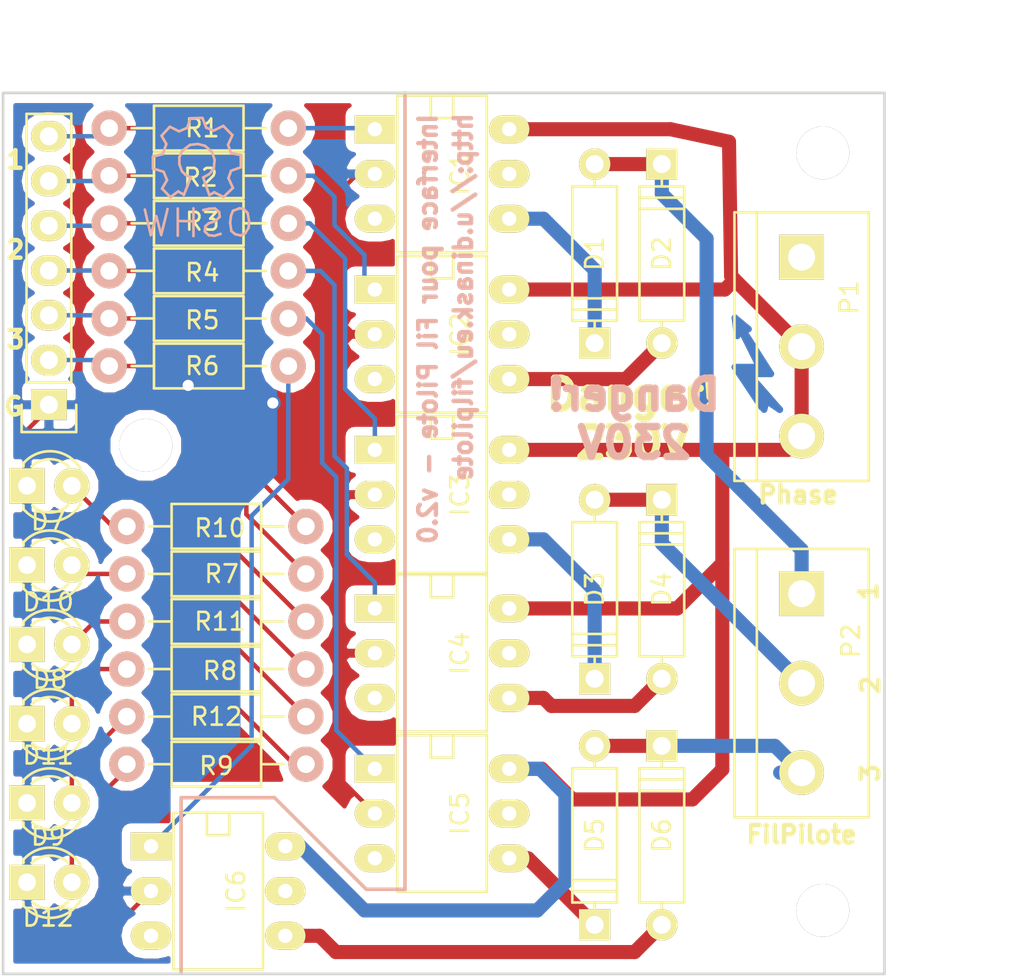
<source format=kicad_pcb>
(kicad_pcb (version 4) (host pcbnew "(2015-09-12 BZR 6188)-product")

  (general
    (links 55)
    (no_connects 0)
    (area 24.837667 18.825 88.058334 76.33026)
    (thickness 1.6)
    (drawings 29)
    (tracks 204)
    (zones 0)
    (modules 38)
    (nets 31)
  )

  (page A4)
  (title_block
    (title "Interface pour fil pilote")
    (date 2015-10-10)
    (rev v2.0)
  )

  (layers
    (0 F.Cu signal)
    (31 B.Cu signal)
    (32 B.Adhes user)
    (33 F.Adhes user)
    (34 B.Paste user)
    (35 F.Paste user)
    (36 B.SilkS user)
    (37 F.SilkS user)
    (38 B.Mask user)
    (39 F.Mask user)
    (40 Dwgs.User user)
    (41 Cmts.User user)
    (42 Eco1.User user)
    (43 Eco2.User user)
    (44 Edge.Cuts user)
    (45 Margin user)
    (46 B.CrtYd user)
    (47 F.CrtYd user)
    (48 B.Fab user)
    (49 F.Fab user)
  )

  (setup
    (last_trace_width 0.254)
    (user_trace_width 0.8)
    (trace_clearance 0.254)
    (zone_clearance 0.508)
    (zone_45_only no)
    (trace_min 0.254)
    (segment_width 0.2)
    (edge_width 0.15)
    (via_size 0.889)
    (via_drill 0.635)
    (via_min_size 0.889)
    (via_min_drill 0.508)
    (uvia_size 0.508)
    (uvia_drill 0.127)
    (uvias_allowed no)
    (uvia_min_size 0.508)
    (uvia_min_drill 0.127)
    (pcb_text_width 0.3)
    (pcb_text_size 1 1)
    (mod_edge_width 0.15)
    (mod_text_size 1 1)
    (mod_text_width 0.15)
    (pad_size 1 1)
    (pad_drill 0.6)
    (pad_to_mask_clearance 0)
    (aux_axis_origin 0 0)
    (visible_elements FFFFFF7F)
    (pcbplotparams
      (layerselection 0x010f0_80000001)
      (usegerberextensions true)
      (excludeedgelayer false)
      (linewidth 0.800000)
      (plotframeref false)
      (viasonmask false)
      (mode 1)
      (useauxorigin false)
      (hpglpennumber 1)
      (hpglpenspeed 20)
      (hpglpendiameter 15)
      (hpglpenoverlay 2)
      (psnegative false)
      (psa4output false)
      (plotreference true)
      (plotvalue true)
      (plotinvisibletext false)
      (padsonsilk false)
      (subtractmaskfromsilk false)
      (outputformat 1)
      (mirror false)
      (drillshape 0)
      (scaleselection 1)
      (outputdirectory fabrication/))
  )

  (net 0 "")
  (net 1 FP1)
  (net 2 "Net-(D1-Pad1)")
  (net 3 "Net-(D2-Pad2)")
  (net 4 FP2)
  (net 5 "Net-(D3-Pad1)")
  (net 6 "Net-(D4-Pad2)")
  (net 7 FP3)
  (net 8 "Net-(D5-Pad1)")
  (net 9 "Net-(D6-Pad2)")
  (net 10 GND)
  (net 11 "Net-(IC1-Pad1)")
  (net 12 Phase)
  (net 13 "Net-(IC2-Pad1)")
  (net 14 "Net-(IC3-Pad1)")
  (net 15 "Net-(IC4-Pad1)")
  (net 16 "Net-(IC5-Pad1)")
  (net 17 "Net-(IC6-Pad1)")
  (net 18 Cmd+1)
  (net 19 Cmd-1)
  (net 20 Cmd+2)
  (net 21 Cmd-2)
  (net 22 Cmd+3)
  (net 23 Cmd-3)
  (net 24 "Net-(D7-Pad2)")
  (net 25 "Net-(D8-Pad2)")
  (net 26 "Net-(D9-Pad2)")
  (net 27 "Net-(D10-Pad2)")
  (net 28 "Net-(D11-Pad2)")
  (net 29 "Net-(D12-Pad2)")
  (net 30 "Net-(P1-Pad1)")

  (net_class Default "Ceci est la Netclass par défaut"
    (clearance 0.254)
    (trace_width 0.254)
    (via_dia 0.889)
    (via_drill 0.635)
    (uvia_dia 0.508)
    (uvia_drill 0.127)
    (add_net Cmd+1)
    (add_net Cmd+2)
    (add_net Cmd+3)
    (add_net Cmd-1)
    (add_net Cmd-2)
    (add_net Cmd-3)
    (add_net FP1)
    (add_net FP2)
    (add_net FP3)
    (add_net GND)
    (add_net "Net-(D1-Pad1)")
    (add_net "Net-(D10-Pad2)")
    (add_net "Net-(D11-Pad2)")
    (add_net "Net-(D12-Pad2)")
    (add_net "Net-(D2-Pad2)")
    (add_net "Net-(D3-Pad1)")
    (add_net "Net-(D4-Pad2)")
    (add_net "Net-(D5-Pad1)")
    (add_net "Net-(D6-Pad2)")
    (add_net "Net-(D7-Pad2)")
    (add_net "Net-(D8-Pad2)")
    (add_net "Net-(D9-Pad2)")
    (add_net "Net-(IC1-Pad1)")
    (add_net "Net-(IC2-Pad1)")
    (add_net "Net-(IC3-Pad1)")
    (add_net "Net-(IC4-Pad1)")
    (add_net "Net-(IC5-Pad1)")
    (add_net "Net-(IC6-Pad1)")
    (add_net "Net-(P1-Pad1)")
    (add_net Phase)
  )

  (module Mounting_Holes:MountingHole_3mm (layer F.Cu) (tedit 55FEDEB4) (tstamp 55FEDE6E)
    (at 73.9 27.3)
    (descr "Mounting hole, Befestigungsbohrung, 3mm, No Annular, Kein Restring,")
    (tags "Mounting hole, Befestigungsbohrung, 3mm, No Annular, Kein Restring,")
    (fp_text reference REF** (at 0 -4.0005) (layer F.SilkS) hide
      (effects (font (size 1 1) (thickness 0.15)))
    )
    (fp_text value MountingHole_3mm (at 1.00076 5.00126) (layer F.Fab) hide
      (effects (font (size 1 1) (thickness 0.15)))
    )
    (fp_circle (center 0 0) (end 3 0) (layer Cmts.User) (width 0.381))
    (pad 1 thru_hole circle (at 0 0) (size 3 3) (drill 3) (layers))
  )

  (module Mounting_Holes:MountingHole_3mm (layer F.Cu) (tedit 55FEDE28) (tstamp 55FEDAC1)
    (at 35.5 43.9)
    (descr "Mounting hole, Befestigungsbohrung, 3mm, No Annular, Kein Restring,")
    (tags "Mounting hole, Befestigungsbohrung, 3mm, No Annular, Kein Restring,")
    (fp_text reference REF** (at 0 -4.0005) (layer F.SilkS) hide
      (effects (font (size 1 1) (thickness 0.15)))
    )
    (fp_text value MountingHole_3mm (at 1.00076 5.00126) (layer F.Fab) hide
      (effects (font (size 1 1) (thickness 0.15)))
    )
    (fp_circle (center 0 0) (end 3 0) (layer Cmts.User) (width 0.381))
    (pad 1 thru_hole circle (at 0 0) (size 3 3) (drill 3) (layers))
  )

  (module Sockets_DIP:DIP-6__300_ELL (layer F.Cu) (tedit 55FE8F28) (tstamp 55FE951D)
    (at 52.3 28.5 270)
    (descr "6 pins DIL package, elliptical pads")
    (tags DIL)
    (path /55FE75A9)
    (fp_text reference IC1 (at 0 -1.016 270) (layer F.SilkS)
      (effects (font (size 1 1) (thickness 0.15)))
    )
    (fp_text value MOC3041M (at 0 1.27 270) (layer F.Fab)
      (effects (font (size 1 1) (thickness 0.15)))
    )
    (fp_line (start -4.445 -2.54) (end 4.445 -2.54) (layer F.SilkS) (width 0.15))
    (fp_line (start 4.445 -2.54) (end 4.445 2.54) (layer F.SilkS) (width 0.15))
    (fp_line (start 4.445 2.54) (end -4.445 2.54) (layer F.SilkS) (width 0.15))
    (fp_line (start -4.445 2.54) (end -4.445 -2.54) (layer F.SilkS) (width 0.15))
    (fp_line (start -4.445 -0.635) (end -3.175 -0.635) (layer F.SilkS) (width 0.15))
    (fp_line (start -3.175 -0.635) (end -3.175 0.635) (layer F.SilkS) (width 0.15))
    (fp_line (start -3.175 0.635) (end -4.445 0.635) (layer F.SilkS) (width 0.15))
    (pad 1 thru_hole rect (at -2.54 3.81 270) (size 1.5748 2.286) (drill 0.8128) (layers *.Cu *.Mask F.SilkS)
      (net 11 "Net-(IC1-Pad1)"))
    (pad 2 thru_hole oval (at 0 3.81 270) (size 1.5748 2.286) (drill 0.8128) (layers *.Cu *.Mask F.SilkS)
      (net 10 GND))
    (pad 3 thru_hole oval (at 2.54 3.81 270) (size 1.5748 2.286) (drill 0.8128) (layers *.Cu *.Mask F.SilkS))
    (pad 4 thru_hole oval (at 2.54 -3.81 270) (size 1.5748 2.286) (drill 0.8128) (layers *.Cu *.Mask F.SilkS)
      (net 2 "Net-(D1-Pad1)"))
    (pad 5 thru_hole oval (at 0 -3.81 270) (size 1.5748 2.286) (drill 0.8128) (layers *.Cu *.Mask F.SilkS))
    (pad 6 thru_hole oval (at -2.54 -3.81 270) (size 1.5748 2.286) (drill 0.8128) (layers *.Cu *.Mask F.SilkS)
      (net 12 Phase))
    (model Sockets_DIP.3dshapes/DIP-6__300_ELL.wrl
      (at (xyz 0 0 0))
      (scale (xyz 1 1 1))
      (rotate (xyz 0 0 0))
    )
  )

  (module Sockets_DIP:DIP-6__300_ELL (layer F.Cu) (tedit 55FE8F28) (tstamp 55FE90CC)
    (at 52.3 37.6 270)
    (descr "6 pins DIL package, elliptical pads")
    (tags DIL)
    (path /55FE7673)
    (fp_text reference IC2 (at 0 -1.016 270) (layer F.SilkS)
      (effects (font (size 1 1) (thickness 0.15)))
    )
    (fp_text value MOC3041M (at 0 1.27 270) (layer F.Fab)
      (effects (font (size 1 1) (thickness 0.15)))
    )
    (fp_line (start -4.445 -2.54) (end 4.445 -2.54) (layer F.SilkS) (width 0.15))
    (fp_line (start 4.445 -2.54) (end 4.445 2.54) (layer F.SilkS) (width 0.15))
    (fp_line (start 4.445 2.54) (end -4.445 2.54) (layer F.SilkS) (width 0.15))
    (fp_line (start -4.445 2.54) (end -4.445 -2.54) (layer F.SilkS) (width 0.15))
    (fp_line (start -4.445 -0.635) (end -3.175 -0.635) (layer F.SilkS) (width 0.15))
    (fp_line (start -3.175 -0.635) (end -3.175 0.635) (layer F.SilkS) (width 0.15))
    (fp_line (start -3.175 0.635) (end -4.445 0.635) (layer F.SilkS) (width 0.15))
    (pad 1 thru_hole rect (at -2.54 3.81 270) (size 1.5748 2.286) (drill 0.8128) (layers *.Cu *.Mask F.SilkS)
      (net 13 "Net-(IC2-Pad1)"))
    (pad 2 thru_hole oval (at 0 3.81 270) (size 1.5748 2.286) (drill 0.8128) (layers *.Cu *.Mask F.SilkS)
      (net 10 GND))
    (pad 3 thru_hole oval (at 2.54 3.81 270) (size 1.5748 2.286) (drill 0.8128) (layers *.Cu *.Mask F.SilkS))
    (pad 4 thru_hole oval (at 2.54 -3.81 270) (size 1.5748 2.286) (drill 0.8128) (layers *.Cu *.Mask F.SilkS)
      (net 3 "Net-(D2-Pad2)"))
    (pad 5 thru_hole oval (at 0 -3.81 270) (size 1.5748 2.286) (drill 0.8128) (layers *.Cu *.Mask F.SilkS))
    (pad 6 thru_hole oval (at -2.54 -3.81 270) (size 1.5748 2.286) (drill 0.8128) (layers *.Cu *.Mask F.SilkS)
      (net 12 Phase))
    (model Sockets_DIP.3dshapes/DIP-6__300_ELL.wrl
      (at (xyz 0 0 0))
      (scale (xyz 1 1 1))
      (rotate (xyz 0 0 0))
    )
  )

  (module Sockets_DIP:DIP-6__300_ELL (layer F.Cu) (tedit 55FE8F28) (tstamp 55FE90D6)
    (at 52.3 46.7 270)
    (descr "6 pins DIL package, elliptical pads")
    (tags DIL)
    (path /55FE8888)
    (fp_text reference IC3 (at 0 -1.016 270) (layer F.SilkS)
      (effects (font (size 1 1) (thickness 0.15)))
    )
    (fp_text value MOC3041M (at 0 1.27 270) (layer F.Fab)
      (effects (font (size 1 1) (thickness 0.15)))
    )
    (fp_line (start -4.445 -2.54) (end 4.445 -2.54) (layer F.SilkS) (width 0.15))
    (fp_line (start 4.445 -2.54) (end 4.445 2.54) (layer F.SilkS) (width 0.15))
    (fp_line (start 4.445 2.54) (end -4.445 2.54) (layer F.SilkS) (width 0.15))
    (fp_line (start -4.445 2.54) (end -4.445 -2.54) (layer F.SilkS) (width 0.15))
    (fp_line (start -4.445 -0.635) (end -3.175 -0.635) (layer F.SilkS) (width 0.15))
    (fp_line (start -3.175 -0.635) (end -3.175 0.635) (layer F.SilkS) (width 0.15))
    (fp_line (start -3.175 0.635) (end -4.445 0.635) (layer F.SilkS) (width 0.15))
    (pad 1 thru_hole rect (at -2.54 3.81 270) (size 1.5748 2.286) (drill 0.8128) (layers *.Cu *.Mask F.SilkS)
      (net 14 "Net-(IC3-Pad1)"))
    (pad 2 thru_hole oval (at 0 3.81 270) (size 1.5748 2.286) (drill 0.8128) (layers *.Cu *.Mask F.SilkS)
      (net 10 GND))
    (pad 3 thru_hole oval (at 2.54 3.81 270) (size 1.5748 2.286) (drill 0.8128) (layers *.Cu *.Mask F.SilkS))
    (pad 4 thru_hole oval (at 2.54 -3.81 270) (size 1.5748 2.286) (drill 0.8128) (layers *.Cu *.Mask F.SilkS)
      (net 5 "Net-(D3-Pad1)"))
    (pad 5 thru_hole oval (at 0 -3.81 270) (size 1.5748 2.286) (drill 0.8128) (layers *.Cu *.Mask F.SilkS))
    (pad 6 thru_hole oval (at -2.54 -3.81 270) (size 1.5748 2.286) (drill 0.8128) (layers *.Cu *.Mask F.SilkS)
      (net 12 Phase))
    (model Sockets_DIP.3dshapes/DIP-6__300_ELL.wrl
      (at (xyz 0 0 0))
      (scale (xyz 1 1 1))
      (rotate (xyz 0 0 0))
    )
  )

  (module Sockets_DIP:DIP-6__300_ELL (layer F.Cu) (tedit 55FE8F28) (tstamp 55FE90E0)
    (at 52.3 55.7 270)
    (descr "6 pins DIL package, elliptical pads")
    (tags DIL)
    (path /55FE888E)
    (fp_text reference IC4 (at 0 -1.016 270) (layer F.SilkS)
      (effects (font (size 1 1) (thickness 0.15)))
    )
    (fp_text value MOC3041M (at 0 1.27 270) (layer F.Fab)
      (effects (font (size 1 1) (thickness 0.15)))
    )
    (fp_line (start -4.445 -2.54) (end 4.445 -2.54) (layer F.SilkS) (width 0.15))
    (fp_line (start 4.445 -2.54) (end 4.445 2.54) (layer F.SilkS) (width 0.15))
    (fp_line (start 4.445 2.54) (end -4.445 2.54) (layer F.SilkS) (width 0.15))
    (fp_line (start -4.445 2.54) (end -4.445 -2.54) (layer F.SilkS) (width 0.15))
    (fp_line (start -4.445 -0.635) (end -3.175 -0.635) (layer F.SilkS) (width 0.15))
    (fp_line (start -3.175 -0.635) (end -3.175 0.635) (layer F.SilkS) (width 0.15))
    (fp_line (start -3.175 0.635) (end -4.445 0.635) (layer F.SilkS) (width 0.15))
    (pad 1 thru_hole rect (at -2.54 3.81 270) (size 1.5748 2.286) (drill 0.8128) (layers *.Cu *.Mask F.SilkS)
      (net 15 "Net-(IC4-Pad1)"))
    (pad 2 thru_hole oval (at 0 3.81 270) (size 1.5748 2.286) (drill 0.8128) (layers *.Cu *.Mask F.SilkS)
      (net 10 GND))
    (pad 3 thru_hole oval (at 2.54 3.81 270) (size 1.5748 2.286) (drill 0.8128) (layers *.Cu *.Mask F.SilkS))
    (pad 4 thru_hole oval (at 2.54 -3.81 270) (size 1.5748 2.286) (drill 0.8128) (layers *.Cu *.Mask F.SilkS)
      (net 6 "Net-(D4-Pad2)"))
    (pad 5 thru_hole oval (at 0 -3.81 270) (size 1.5748 2.286) (drill 0.8128) (layers *.Cu *.Mask F.SilkS))
    (pad 6 thru_hole oval (at -2.54 -3.81 270) (size 1.5748 2.286) (drill 0.8128) (layers *.Cu *.Mask F.SilkS)
      (net 12 Phase))
    (model Sockets_DIP.3dshapes/DIP-6__300_ELL.wrl
      (at (xyz 0 0 0))
      (scale (xyz 1 1 1))
      (rotate (xyz 0 0 0))
    )
  )

  (module Sockets_DIP:DIP-6__300_ELL (layer F.Cu) (tedit 55FE8F28) (tstamp 55FE90EA)
    (at 52.3 64.8 270)
    (descr "6 pins DIL package, elliptical pads")
    (tags DIL)
    (path /55FE9478)
    (fp_text reference IC5 (at 0 -1.016 270) (layer F.SilkS)
      (effects (font (size 1 1) (thickness 0.15)))
    )
    (fp_text value MOC3041M (at 0 1.27 270) (layer F.Fab)
      (effects (font (size 1 1) (thickness 0.15)))
    )
    (fp_line (start -4.445 -2.54) (end 4.445 -2.54) (layer F.SilkS) (width 0.15))
    (fp_line (start 4.445 -2.54) (end 4.445 2.54) (layer F.SilkS) (width 0.15))
    (fp_line (start 4.445 2.54) (end -4.445 2.54) (layer F.SilkS) (width 0.15))
    (fp_line (start -4.445 2.54) (end -4.445 -2.54) (layer F.SilkS) (width 0.15))
    (fp_line (start -4.445 -0.635) (end -3.175 -0.635) (layer F.SilkS) (width 0.15))
    (fp_line (start -3.175 -0.635) (end -3.175 0.635) (layer F.SilkS) (width 0.15))
    (fp_line (start -3.175 0.635) (end -4.445 0.635) (layer F.SilkS) (width 0.15))
    (pad 1 thru_hole rect (at -2.54 3.81 270) (size 1.5748 2.286) (drill 0.8128) (layers *.Cu *.Mask F.SilkS)
      (net 16 "Net-(IC5-Pad1)"))
    (pad 2 thru_hole oval (at 0 3.81 270) (size 1.5748 2.286) (drill 0.8128) (layers *.Cu *.Mask F.SilkS)
      (net 10 GND))
    (pad 3 thru_hole oval (at 2.54 3.81 270) (size 1.5748 2.286) (drill 0.8128) (layers *.Cu *.Mask F.SilkS))
    (pad 4 thru_hole oval (at 2.54 -3.81 270) (size 1.5748 2.286) (drill 0.8128) (layers *.Cu *.Mask F.SilkS)
      (net 8 "Net-(D5-Pad1)"))
    (pad 5 thru_hole oval (at 0 -3.81 270) (size 1.5748 2.286) (drill 0.8128) (layers *.Cu *.Mask F.SilkS))
    (pad 6 thru_hole oval (at -2.54 -3.81 270) (size 1.5748 2.286) (drill 0.8128) (layers *.Cu *.Mask F.SilkS)
      (net 12 Phase))
    (model Sockets_DIP.3dshapes/DIP-6__300_ELL.wrl
      (at (xyz 0 0 0))
      (scale (xyz 1 1 1))
      (rotate (xyz 0 0 0))
    )
  )

  (module Sockets_DIP:DIP-6__300_ELL (layer F.Cu) (tedit 55FE8F28) (tstamp 55FE90F4)
    (at 39.6 69.2 270)
    (descr "6 pins DIL package, elliptical pads")
    (tags DIL)
    (path /55FE947E)
    (fp_text reference IC6 (at 0 -1.016 270) (layer F.SilkS)
      (effects (font (size 1 1) (thickness 0.15)))
    )
    (fp_text value MOC3041M (at 0 1.27 270) (layer F.Fab)
      (effects (font (size 1 1) (thickness 0.15)))
    )
    (fp_line (start -4.445 -2.54) (end 4.445 -2.54) (layer F.SilkS) (width 0.15))
    (fp_line (start 4.445 -2.54) (end 4.445 2.54) (layer F.SilkS) (width 0.15))
    (fp_line (start 4.445 2.54) (end -4.445 2.54) (layer F.SilkS) (width 0.15))
    (fp_line (start -4.445 2.54) (end -4.445 -2.54) (layer F.SilkS) (width 0.15))
    (fp_line (start -4.445 -0.635) (end -3.175 -0.635) (layer F.SilkS) (width 0.15))
    (fp_line (start -3.175 -0.635) (end -3.175 0.635) (layer F.SilkS) (width 0.15))
    (fp_line (start -3.175 0.635) (end -4.445 0.635) (layer F.SilkS) (width 0.15))
    (pad 1 thru_hole rect (at -2.54 3.81 270) (size 1.5748 2.286) (drill 0.8128) (layers *.Cu *.Mask F.SilkS)
      (net 17 "Net-(IC6-Pad1)"))
    (pad 2 thru_hole oval (at 0 3.81 270) (size 1.5748 2.286) (drill 0.8128) (layers *.Cu *.Mask F.SilkS)
      (net 10 GND))
    (pad 3 thru_hole oval (at 2.54 3.81 270) (size 1.5748 2.286) (drill 0.8128) (layers *.Cu *.Mask F.SilkS))
    (pad 4 thru_hole oval (at 2.54 -3.81 270) (size 1.5748 2.286) (drill 0.8128) (layers *.Cu *.Mask F.SilkS)
      (net 9 "Net-(D6-Pad2)"))
    (pad 5 thru_hole oval (at 0 -3.81 270) (size 1.5748 2.286) (drill 0.8128) (layers *.Cu *.Mask F.SilkS))
    (pad 6 thru_hole oval (at -2.54 -3.81 270) (size 1.5748 2.286) (drill 0.8128) (layers *.Cu *.Mask F.SilkS)
      (net 12 Phase))
    (model Sockets_DIP.3dshapes/DIP-6__300_ELL.wrl
      (at (xyz 0 0 0))
      (scale (xyz 1 1 1))
      (rotate (xyz 0 0 0))
    )
  )

  (module LEDs:LED-3MM (layer F.Cu) (tedit 55FEDF30) (tstamp 55FECD61)
    (at 28.76 46.2)
    (descr "LED 3mm round vertical")
    (tags "LED  3mm round vertical")
    (path /5607FBD5)
    (fp_text reference D7 (at 1.2 2) (layer F.SilkS)
      (effects (font (size 1 1) (thickness 0.15)))
    )
    (fp_text value LED (at 1.3 -2.9) (layer F.Fab) hide
      (effects (font (size 1 1) (thickness 0.15)))
    )
    (fp_line (start -1.2 2.3) (end 3.8 2.3) (layer F.CrtYd) (width 0.05))
    (fp_line (start 3.8 2.3) (end 3.8 -2.2) (layer F.CrtYd) (width 0.05))
    (fp_line (start 3.8 -2.2) (end -1.2 -2.2) (layer F.CrtYd) (width 0.05))
    (fp_line (start -1.2 -2.2) (end -1.2 2.3) (layer F.CrtYd) (width 0.05))
    (fp_line (start -0.199 1.314) (end -0.199 1.114) (layer F.SilkS) (width 0.15))
    (fp_line (start -0.199 -1.28) (end -0.199 -1.1) (layer F.SilkS) (width 0.15))
    (fp_arc (start 1.301 0.034) (end -0.199 -1.286) (angle 108.5) (layer F.SilkS) (width 0.15))
    (fp_arc (start 1.301 0.034) (end 0.25 -1.1) (angle 85.7) (layer F.SilkS) (width 0.15))
    (fp_arc (start 1.311 0.034) (end 3.051 0.994) (angle 110) (layer F.SilkS) (width 0.15))
    (fp_arc (start 1.301 0.034) (end 2.335 1.094) (angle 87.5) (layer F.SilkS) (width 0.15))
    (fp_text user K (at -1.69 1.74) (layer F.SilkS) hide
      (effects (font (size 1 1) (thickness 0.15)))
    )
    (pad 1 thru_hole rect (at 0 0 90) (size 2 2) (drill 1.00076) (layers *.Cu *.Mask F.SilkS)
      (net 10 GND))
    (pad 2 thru_hole circle (at 2.54 0) (size 2 2) (drill 1.00076) (layers *.Cu *.Mask F.SilkS)
      (net 24 "Net-(D7-Pad2)"))
    (model LEDs.3dshapes/LED-3MM.wrl
      (at (xyz 0.05 0 0))
      (scale (xyz 1 1 1))
      (rotate (xyz 0 0 90))
    )
  )

  (module LEDs:LED-3MM (layer F.Cu) (tedit 55FEDF3B) (tstamp 55FECD66)
    (at 28.76 55.2)
    (descr "LED 3mm round vertical")
    (tags "LED  3mm round vertical")
    (path /56080C97)
    (fp_text reference D8 (at 1.3 2) (layer F.SilkS)
      (effects (font (size 1 1) (thickness 0.15)))
    )
    (fp_text value LED (at 1.3 -2.9) (layer F.Fab) hide
      (effects (font (size 1 1) (thickness 0.15)))
    )
    (fp_line (start -1.2 2.3) (end 3.8 2.3) (layer F.CrtYd) (width 0.05))
    (fp_line (start 3.8 2.3) (end 3.8 -2.2) (layer F.CrtYd) (width 0.05))
    (fp_line (start 3.8 -2.2) (end -1.2 -2.2) (layer F.CrtYd) (width 0.05))
    (fp_line (start -1.2 -2.2) (end -1.2 2.3) (layer F.CrtYd) (width 0.05))
    (fp_line (start -0.199 1.314) (end -0.199 1.114) (layer F.SilkS) (width 0.15))
    (fp_line (start -0.199 -1.28) (end -0.199 -1.1) (layer F.SilkS) (width 0.15))
    (fp_arc (start 1.301 0.034) (end -0.199 -1.286) (angle 108.5) (layer F.SilkS) (width 0.15))
    (fp_arc (start 1.301 0.034) (end 0.25 -1.1) (angle 85.7) (layer F.SilkS) (width 0.15))
    (fp_arc (start 1.311 0.034) (end 3.051 0.994) (angle 110) (layer F.SilkS) (width 0.15))
    (fp_arc (start 1.301 0.034) (end 2.335 1.094) (angle 87.5) (layer F.SilkS) (width 0.15))
    (fp_text user K (at -1.69 1.74) (layer F.SilkS) hide
      (effects (font (size 1 1) (thickness 0.15)))
    )
    (pad 1 thru_hole rect (at 0 0 90) (size 2 2) (drill 1.00076) (layers *.Cu *.Mask F.SilkS)
      (net 10 GND))
    (pad 2 thru_hole circle (at 2.54 0) (size 2 2) (drill 1.00076) (layers *.Cu *.Mask F.SilkS)
      (net 25 "Net-(D8-Pad2)"))
    (model LEDs.3dshapes/LED-3MM.wrl
      (at (xyz 0.05 0 0))
      (scale (xyz 1 1 1))
      (rotate (xyz 0 0 90))
    )
  )

  (module LEDs:LED-3MM (layer F.Cu) (tedit 55FEDF44) (tstamp 55FECD6B)
    (at 28.76 64.2)
    (descr "LED 3mm round vertical")
    (tags "LED  3mm round vertical")
    (path /560814F5)
    (fp_text reference D9 (at 1.2 1.9) (layer F.SilkS)
      (effects (font (size 1 1) (thickness 0.15)))
    )
    (fp_text value LED (at 1.3 -2.9) (layer F.Fab) hide
      (effects (font (size 1 1) (thickness 0.15)))
    )
    (fp_line (start -1.2 2.3) (end 3.8 2.3) (layer F.CrtYd) (width 0.05))
    (fp_line (start 3.8 2.3) (end 3.8 -2.2) (layer F.CrtYd) (width 0.05))
    (fp_line (start 3.8 -2.2) (end -1.2 -2.2) (layer F.CrtYd) (width 0.05))
    (fp_line (start -1.2 -2.2) (end -1.2 2.3) (layer F.CrtYd) (width 0.05))
    (fp_line (start -0.199 1.314) (end -0.199 1.114) (layer F.SilkS) (width 0.15))
    (fp_line (start -0.199 -1.28) (end -0.199 -1.1) (layer F.SilkS) (width 0.15))
    (fp_arc (start 1.301 0.034) (end -0.199 -1.286) (angle 108.5) (layer F.SilkS) (width 0.15))
    (fp_arc (start 1.301 0.034) (end 0.25 -1.1) (angle 85.7) (layer F.SilkS) (width 0.15))
    (fp_arc (start 1.311 0.034) (end 3.051 0.994) (angle 110) (layer F.SilkS) (width 0.15))
    (fp_arc (start 1.301 0.034) (end 2.335 1.094) (angle 87.5) (layer F.SilkS) (width 0.15))
    (fp_text user K (at -1.69 1.74) (layer F.SilkS) hide
      (effects (font (size 1 1) (thickness 0.15)))
    )
    (pad 1 thru_hole rect (at 0 0 90) (size 2 2) (drill 1.00076) (layers *.Cu *.Mask F.SilkS)
      (net 10 GND))
    (pad 2 thru_hole circle (at 2.54 0) (size 2 2) (drill 1.00076) (layers *.Cu *.Mask F.SilkS)
      (net 26 "Net-(D9-Pad2)"))
    (model LEDs.3dshapes/LED-3MM.wrl
      (at (xyz 0.05 0 0))
      (scale (xyz 1 1 1))
      (rotate (xyz 0 0 90))
    )
  )

  (module LEDs:LED-3MM (layer F.Cu) (tedit 55FEDF35) (tstamp 55FECD70)
    (at 28.76 50.7)
    (descr "LED 3mm round vertical")
    (tags "LED  3mm round vertical")
    (path /5607FB2B)
    (fp_text reference D10 (at 1.2 2.1) (layer F.SilkS)
      (effects (font (size 1 1) (thickness 0.15)))
    )
    (fp_text value LED (at 1.3 -2.9) (layer F.Fab) hide
      (effects (font (size 1 1) (thickness 0.15)))
    )
    (fp_line (start -1.2 2.3) (end 3.8 2.3) (layer F.CrtYd) (width 0.05))
    (fp_line (start 3.8 2.3) (end 3.8 -2.2) (layer F.CrtYd) (width 0.05))
    (fp_line (start 3.8 -2.2) (end -1.2 -2.2) (layer F.CrtYd) (width 0.05))
    (fp_line (start -1.2 -2.2) (end -1.2 2.3) (layer F.CrtYd) (width 0.05))
    (fp_line (start -0.199 1.314) (end -0.199 1.114) (layer F.SilkS) (width 0.15))
    (fp_line (start -0.199 -1.28) (end -0.199 -1.1) (layer F.SilkS) (width 0.15))
    (fp_arc (start 1.301 0.034) (end -0.199 -1.286) (angle 108.5) (layer F.SilkS) (width 0.15))
    (fp_arc (start 1.301 0.034) (end 0.25 -1.1) (angle 85.7) (layer F.SilkS) (width 0.15))
    (fp_arc (start 1.311 0.034) (end 3.051 0.994) (angle 110) (layer F.SilkS) (width 0.15))
    (fp_arc (start 1.301 0.034) (end 2.335 1.094) (angle 87.5) (layer F.SilkS) (width 0.15))
    (fp_text user K (at -1.69 1.74) (layer F.SilkS) hide
      (effects (font (size 1 1) (thickness 0.15)))
    )
    (pad 1 thru_hole rect (at 0 0 90) (size 2 2) (drill 1.00076) (layers *.Cu *.Mask F.SilkS)
      (net 10 GND))
    (pad 2 thru_hole circle (at 2.54 0) (size 2 2) (drill 1.00076) (layers *.Cu *.Mask F.SilkS)
      (net 27 "Net-(D10-Pad2)"))
    (model LEDs.3dshapes/LED-3MM.wrl
      (at (xyz 0.05 0 0))
      (scale (xyz 1 1 1))
      (rotate (xyz 0 0 90))
    )
  )

  (module LEDs:LED-3MM (layer F.Cu) (tedit 55FEDF40) (tstamp 55FECD75)
    (at 28.76 59.7)
    (descr "LED 3mm round vertical")
    (tags "LED  3mm round vertical")
    (path /56080D41)
    (fp_text reference D11 (at 1.2 1.8) (layer F.SilkS)
      (effects (font (size 1 1) (thickness 0.15)))
    )
    (fp_text value LED (at 1.3 -2.9) (layer F.Fab) hide
      (effects (font (size 1 1) (thickness 0.15)))
    )
    (fp_line (start -1.2 2.3) (end 3.8 2.3) (layer F.CrtYd) (width 0.05))
    (fp_line (start 3.8 2.3) (end 3.8 -2.2) (layer F.CrtYd) (width 0.05))
    (fp_line (start 3.8 -2.2) (end -1.2 -2.2) (layer F.CrtYd) (width 0.05))
    (fp_line (start -1.2 -2.2) (end -1.2 2.3) (layer F.CrtYd) (width 0.05))
    (fp_line (start -0.199 1.314) (end -0.199 1.114) (layer F.SilkS) (width 0.15))
    (fp_line (start -0.199 -1.28) (end -0.199 -1.1) (layer F.SilkS) (width 0.15))
    (fp_arc (start 1.301 0.034) (end -0.199 -1.286) (angle 108.5) (layer F.SilkS) (width 0.15))
    (fp_arc (start 1.301 0.034) (end 0.25 -1.1) (angle 85.7) (layer F.SilkS) (width 0.15))
    (fp_arc (start 1.311 0.034) (end 3.051 0.994) (angle 110) (layer F.SilkS) (width 0.15))
    (fp_arc (start 1.301 0.034) (end 2.335 1.094) (angle 87.5) (layer F.SilkS) (width 0.15))
    (fp_text user K (at -1.69 1.74) (layer F.SilkS) hide
      (effects (font (size 1 1) (thickness 0.15)))
    )
    (pad 1 thru_hole rect (at 0 0 90) (size 2 2) (drill 1.00076) (layers *.Cu *.Mask F.SilkS)
      (net 10 GND))
    (pad 2 thru_hole circle (at 2.54 0) (size 2 2) (drill 1.00076) (layers *.Cu *.Mask F.SilkS)
      (net 28 "Net-(D11-Pad2)"))
    (model LEDs.3dshapes/LED-3MM.wrl
      (at (xyz 0.05 0 0))
      (scale (xyz 1 1 1))
      (rotate (xyz 0 0 90))
    )
  )

  (module LEDs:LED-3MM (layer F.Cu) (tedit 55FEDF49) (tstamp 55FECD7A)
    (at 28.76 68.7)
    (descr "LED 3mm round vertical")
    (tags "LED  3mm round vertical")
    (path /560815A3)
    (fp_text reference D12 (at 1.2 2) (layer F.SilkS)
      (effects (font (size 1 1) (thickness 0.15)))
    )
    (fp_text value LED (at 1.3 -2.9) (layer F.Fab) hide
      (effects (font (size 1 1) (thickness 0.15)))
    )
    (fp_line (start -1.2 2.3) (end 3.8 2.3) (layer F.CrtYd) (width 0.05))
    (fp_line (start 3.8 2.3) (end 3.8 -2.2) (layer F.CrtYd) (width 0.05))
    (fp_line (start 3.8 -2.2) (end -1.2 -2.2) (layer F.CrtYd) (width 0.05))
    (fp_line (start -1.2 -2.2) (end -1.2 2.3) (layer F.CrtYd) (width 0.05))
    (fp_line (start -0.199 1.314) (end -0.199 1.114) (layer F.SilkS) (width 0.15))
    (fp_line (start -0.199 -1.28) (end -0.199 -1.1) (layer F.SilkS) (width 0.15))
    (fp_arc (start 1.301 0.034) (end -0.199 -1.286) (angle 108.5) (layer F.SilkS) (width 0.15))
    (fp_arc (start 1.301 0.034) (end 0.25 -1.1) (angle 85.7) (layer F.SilkS) (width 0.15))
    (fp_arc (start 1.311 0.034) (end 3.051 0.994) (angle 110) (layer F.SilkS) (width 0.15))
    (fp_arc (start 1.301 0.034) (end 2.335 1.094) (angle 87.5) (layer F.SilkS) (width 0.15))
    (fp_text user K (at -1.69 1.74) (layer F.SilkS) hide
      (effects (font (size 1 1) (thickness 0.15)))
    )
    (pad 1 thru_hole rect (at 0 0 90) (size 2 2) (drill 1.00076) (layers *.Cu *.Mask F.SilkS)
      (net 10 GND))
    (pad 2 thru_hole circle (at 2.54 0) (size 2 2) (drill 1.00076) (layers *.Cu *.Mask F.SilkS)
      (net 29 "Net-(D12-Pad2)"))
    (model LEDs.3dshapes/LED-3MM.wrl
      (at (xyz 0.05 0 0))
      (scale (xyz 1 1 1))
      (rotate (xyz 0 0 90))
    )
  )

  (module Connect:bornier3 (layer F.Cu) (tedit 55FEDEC3) (tstamp 55FECD7F)
    (at 72.7 57.4 270)
    (descr "Bornier d'alimentation 3 pins")
    (tags DEV)
    (path /55FFAEF9)
    (fp_text reference P2 (at -2.4 -2.8 270) (layer F.SilkS)
      (effects (font (size 1 1) (thickness 0.15)))
    )
    (fp_text value CONN_01X03 (at 0 5.08 270) (layer F.Fab) hide
      (effects (font (size 1 1) (thickness 0.15)))
    )
    (fp_line (start -7.62 3.81) (end -7.62 -3.81) (layer F.SilkS) (width 0.15))
    (fp_line (start 7.62 3.81) (end 7.62 -3.81) (layer F.SilkS) (width 0.15))
    (fp_line (start -7.62 2.54) (end 7.62 2.54) (layer F.SilkS) (width 0.15))
    (fp_line (start -7.62 -3.81) (end 7.62 -3.81) (layer F.SilkS) (width 0.15))
    (fp_line (start -7.62 3.81) (end 7.62 3.81) (layer F.SilkS) (width 0.15))
    (pad 1 thru_hole rect (at -5.08 0 270) (size 2.54 2.54) (drill 1.524) (layers *.Cu *.Mask F.SilkS)
      (net 1 FP1))
    (pad 2 thru_hole circle (at 0 0 270) (size 2.54 2.54) (drill 1.524) (layers *.Cu *.Mask F.SilkS)
      (net 4 FP2))
    (pad 3 thru_hole circle (at 5.08 0 270) (size 2.54 2.54) (drill 1.524) (layers *.Cu *.Mask F.SilkS)
      (net 7 FP3))
    (model Connect.3dshapes/bornier3.wrl
      (at (xyz 0 0 0))
      (scale (xyz 1 1 1))
      (rotate (xyz 0 0 0))
    )
  )

  (module Pin_Headers:Pin_Header_Straight_1x07 (layer F.Cu) (tedit 55FEDDF2) (tstamp 55FECD85)
    (at 30 41.6 180)
    (descr "Through hole pin header")
    (tags "pin header")
    (path /55FFB203)
    (fp_text reference P3 (at 0 -5.1 180) (layer F.SilkS) hide
      (effects (font (size 1 1) (thickness 0.15)))
    )
    (fp_text value CONN_01X07 (at 0 -3.1 180) (layer F.Fab) hide
      (effects (font (size 1 1) (thickness 0.15)))
    )
    (fp_line (start -1.75 -1.75) (end -1.75 17) (layer F.CrtYd) (width 0.05))
    (fp_line (start 1.75 -1.75) (end 1.75 17) (layer F.CrtYd) (width 0.05))
    (fp_line (start -1.75 -1.75) (end 1.75 -1.75) (layer F.CrtYd) (width 0.05))
    (fp_line (start -1.75 17) (end 1.75 17) (layer F.CrtYd) (width 0.05))
    (fp_line (start 1.27 1.27) (end 1.27 16.51) (layer F.SilkS) (width 0.15))
    (fp_line (start 1.27 16.51) (end -1.27 16.51) (layer F.SilkS) (width 0.15))
    (fp_line (start -1.27 16.51) (end -1.27 1.27) (layer F.SilkS) (width 0.15))
    (fp_line (start 1.55 -1.55) (end 1.55 0) (layer F.SilkS) (width 0.15))
    (fp_line (start 1.27 1.27) (end -1.27 1.27) (layer F.SilkS) (width 0.15))
    (fp_line (start -1.55 0) (end -1.55 -1.55) (layer F.SilkS) (width 0.15))
    (fp_line (start -1.55 -1.55) (end 1.55 -1.55) (layer F.SilkS) (width 0.15))
    (pad 1 thru_hole rect (at 0 0 180) (size 2.032 1.7272) (drill 1.016) (layers *.Cu *.Mask F.SilkS)
      (net 10 GND))
    (pad 2 thru_hole oval (at 0 2.54 180) (size 2.032 1.7272) (drill 1.016) (layers *.Cu *.Mask F.SilkS)
      (net 23 Cmd-3))
    (pad 3 thru_hole oval (at 0 5.08 180) (size 2.032 1.7272) (drill 1.016) (layers *.Cu *.Mask F.SilkS)
      (net 22 Cmd+3))
    (pad 4 thru_hole oval (at 0 7.62 180) (size 2.032 1.7272) (drill 1.016) (layers *.Cu *.Mask F.SilkS)
      (net 21 Cmd-2))
    (pad 5 thru_hole oval (at 0 10.16 180) (size 2.032 1.7272) (drill 1.016) (layers *.Cu *.Mask F.SilkS)
      (net 20 Cmd+2))
    (pad 6 thru_hole oval (at 0 12.7 180) (size 2.032 1.7272) (drill 1.016) (layers *.Cu *.Mask F.SilkS)
      (net 19 Cmd-1))
    (pad 7 thru_hole oval (at 0 15.24 180) (size 2.032 1.7272) (drill 1.016) (layers *.Cu *.Mask F.SilkS)
      (net 18 Cmd+1))
    (model Pin_Headers.3dshapes/Pin_Header_Straight_1x07.wrl
      (at (xyz 0 -0.3 0))
      (scale (xyz 1 1 1))
      (rotate (xyz 0 0 90))
    )
  )

  (module Resistors_ThroughHole:Resistor_Horizontal_RM10mm (layer F.Cu) (tedit 55FEDE00) (tstamp 55FECD8F)
    (at 38.5 25.9 180)
    (descr "Resistor, Axial,  RM 10mm, 1/3W,")
    (tags "Resistor, Axial, RM 10mm, 1/3W,")
    (path /55FE76CA)
    (fp_text reference R1 (at -0.2 0 180) (layer F.SilkS)
      (effects (font (size 1 1) (thickness 0.15)))
    )
    (fp_text value 330 (at 3.81 3.81 180) (layer F.Fab) hide
      (effects (font (size 1 1) (thickness 0.15)))
    )
    (fp_line (start -2.54 -1.27) (end 2.54 -1.27) (layer F.SilkS) (width 0.15))
    (fp_line (start 2.54 -1.27) (end 2.54 1.27) (layer F.SilkS) (width 0.15))
    (fp_line (start 2.54 1.27) (end -2.54 1.27) (layer F.SilkS) (width 0.15))
    (fp_line (start -2.54 1.27) (end -2.54 -1.27) (layer F.SilkS) (width 0.15))
    (fp_line (start -2.54 0) (end -3.81 0) (layer F.SilkS) (width 0.15))
    (fp_line (start 2.54 0) (end 3.81 0) (layer F.SilkS) (width 0.15))
    (pad 1 thru_hole circle (at -5.08 0 180) (size 1.99898 1.99898) (drill 1.00076) (layers *.Cu *.SilkS *.Mask)
      (net 11 "Net-(IC1-Pad1)"))
    (pad 2 thru_hole circle (at 5.08 0 180) (size 1.99898 1.99898) (drill 1.00076) (layers *.Cu *.SilkS *.Mask)
      (net 18 Cmd+1))
    (model Resistors_ThroughHole.3dshapes/Resistor_Horizontal_RM10mm.wrl
      (at (xyz 0 0 0))
      (scale (xyz 0.4 0.4 0.4))
      (rotate (xyz 0 0 0))
    )
  )

  (module Resistors_ThroughHole:Resistor_Horizontal_RM10mm (layer F.Cu) (tedit 55FEDE04) (tstamp 55FECD94)
    (at 38.5 28.6 180)
    (descr "Resistor, Axial,  RM 10mm, 1/3W,")
    (tags "Resistor, Axial, RM 10mm, 1/3W,")
    (path /55FE7725)
    (fp_text reference R2 (at -0.1 -0.1 180) (layer F.SilkS)
      (effects (font (size 1 1) (thickness 0.15)))
    )
    (fp_text value 330 (at 3.81 3.81 180) (layer F.Fab) hide
      (effects (font (size 1 1) (thickness 0.15)))
    )
    (fp_line (start -2.54 -1.27) (end 2.54 -1.27) (layer F.SilkS) (width 0.15))
    (fp_line (start 2.54 -1.27) (end 2.54 1.27) (layer F.SilkS) (width 0.15))
    (fp_line (start 2.54 1.27) (end -2.54 1.27) (layer F.SilkS) (width 0.15))
    (fp_line (start -2.54 1.27) (end -2.54 -1.27) (layer F.SilkS) (width 0.15))
    (fp_line (start -2.54 0) (end -3.81 0) (layer F.SilkS) (width 0.15))
    (fp_line (start 2.54 0) (end 3.81 0) (layer F.SilkS) (width 0.15))
    (pad 1 thru_hole circle (at -5.08 0 180) (size 1.99898 1.99898) (drill 1.00076) (layers *.Cu *.SilkS *.Mask)
      (net 13 "Net-(IC2-Pad1)"))
    (pad 2 thru_hole circle (at 5.08 0 180) (size 1.99898 1.99898) (drill 1.00076) (layers *.Cu *.SilkS *.Mask)
      (net 19 Cmd-1))
    (model Resistors_ThroughHole.3dshapes/Resistor_Horizontal_RM10mm.wrl
      (at (xyz 0 0 0))
      (scale (xyz 0.4 0.4 0.4))
      (rotate (xyz 0 0 0))
    )
  )

  (module Resistors_ThroughHole:Resistor_Horizontal_RM10mm (layer F.Cu) (tedit 55FEDE08) (tstamp 55FECD99)
    (at 38.5 31.3 180)
    (descr "Resistor, Axial,  RM 10mm, 1/3W,")
    (tags "Resistor, Axial, RM 10mm, 1/3W,")
    (path /55FE8894)
    (fp_text reference R3 (at -0.2 0.1 180) (layer F.SilkS)
      (effects (font (size 1 1) (thickness 0.15)))
    )
    (fp_text value 330 (at 3.81 3.81 180) (layer F.Fab) hide
      (effects (font (size 1 1) (thickness 0.15)))
    )
    (fp_line (start -2.54 -1.27) (end 2.54 -1.27) (layer F.SilkS) (width 0.15))
    (fp_line (start 2.54 -1.27) (end 2.54 1.27) (layer F.SilkS) (width 0.15))
    (fp_line (start 2.54 1.27) (end -2.54 1.27) (layer F.SilkS) (width 0.15))
    (fp_line (start -2.54 1.27) (end -2.54 -1.27) (layer F.SilkS) (width 0.15))
    (fp_line (start -2.54 0) (end -3.81 0) (layer F.SilkS) (width 0.15))
    (fp_line (start 2.54 0) (end 3.81 0) (layer F.SilkS) (width 0.15))
    (pad 1 thru_hole circle (at -5.08 0 180) (size 1.99898 1.99898) (drill 1.00076) (layers *.Cu *.SilkS *.Mask)
      (net 14 "Net-(IC3-Pad1)"))
    (pad 2 thru_hole circle (at 5.08 0 180) (size 1.99898 1.99898) (drill 1.00076) (layers *.Cu *.SilkS *.Mask)
      (net 20 Cmd+2))
    (model Resistors_ThroughHole.3dshapes/Resistor_Horizontal_RM10mm.wrl
      (at (xyz 0 0 0))
      (scale (xyz 0.4 0.4 0.4))
      (rotate (xyz 0 0 0))
    )
  )

  (module Resistors_ThroughHole:Resistor_Horizontal_RM10mm (layer F.Cu) (tedit 55FEDE0E) (tstamp 55FECD9E)
    (at 38.5 34 180)
    (descr "Resistor, Axial,  RM 10mm, 1/3W,")
    (tags "Resistor, Axial, RM 10mm, 1/3W,")
    (path /55FE889A)
    (fp_text reference R4 (at -0.2 -0.1 180) (layer F.SilkS)
      (effects (font (size 1 1) (thickness 0.15)))
    )
    (fp_text value 330 (at 3.81 3.81 180) (layer F.Fab) hide
      (effects (font (size 1 1) (thickness 0.15)))
    )
    (fp_line (start -2.54 -1.27) (end 2.54 -1.27) (layer F.SilkS) (width 0.15))
    (fp_line (start 2.54 -1.27) (end 2.54 1.27) (layer F.SilkS) (width 0.15))
    (fp_line (start 2.54 1.27) (end -2.54 1.27) (layer F.SilkS) (width 0.15))
    (fp_line (start -2.54 1.27) (end -2.54 -1.27) (layer F.SilkS) (width 0.15))
    (fp_line (start -2.54 0) (end -3.81 0) (layer F.SilkS) (width 0.15))
    (fp_line (start 2.54 0) (end 3.81 0) (layer F.SilkS) (width 0.15))
    (pad 1 thru_hole circle (at -5.08 0 180) (size 1.99898 1.99898) (drill 1.00076) (layers *.Cu *.SilkS *.Mask)
      (net 15 "Net-(IC4-Pad1)"))
    (pad 2 thru_hole circle (at 5.08 0 180) (size 1.99898 1.99898) (drill 1.00076) (layers *.Cu *.SilkS *.Mask)
      (net 21 Cmd-2))
    (model Resistors_ThroughHole.3dshapes/Resistor_Horizontal_RM10mm.wrl
      (at (xyz 0 0 0))
      (scale (xyz 0.4 0.4 0.4))
      (rotate (xyz 0 0 0))
    )
  )

  (module Resistors_ThroughHole:Resistor_Horizontal_RM10mm (layer F.Cu) (tedit 55FEDE13) (tstamp 55FECDA3)
    (at 38.5 36.7 180)
    (descr "Resistor, Axial,  RM 10mm, 1/3W,")
    (tags "Resistor, Axial, RM 10mm, 1/3W,")
    (path /55FE9484)
    (fp_text reference R5 (at -0.2 -0.1 180) (layer F.SilkS)
      (effects (font (size 1 1) (thickness 0.15)))
    )
    (fp_text value 330 (at 3.81 3.81 180) (layer F.Fab) hide
      (effects (font (size 1 1) (thickness 0.15)))
    )
    (fp_line (start -2.54 -1.27) (end 2.54 -1.27) (layer F.SilkS) (width 0.15))
    (fp_line (start 2.54 -1.27) (end 2.54 1.27) (layer F.SilkS) (width 0.15))
    (fp_line (start 2.54 1.27) (end -2.54 1.27) (layer F.SilkS) (width 0.15))
    (fp_line (start -2.54 1.27) (end -2.54 -1.27) (layer F.SilkS) (width 0.15))
    (fp_line (start -2.54 0) (end -3.81 0) (layer F.SilkS) (width 0.15))
    (fp_line (start 2.54 0) (end 3.81 0) (layer F.SilkS) (width 0.15))
    (pad 1 thru_hole circle (at -5.08 0 180) (size 1.99898 1.99898) (drill 1.00076) (layers *.Cu *.SilkS *.Mask)
      (net 16 "Net-(IC5-Pad1)"))
    (pad 2 thru_hole circle (at 5.08 0 180) (size 1.99898 1.99898) (drill 1.00076) (layers *.Cu *.SilkS *.Mask)
      (net 22 Cmd+3))
    (model Resistors_ThroughHole.3dshapes/Resistor_Horizontal_RM10mm.wrl
      (at (xyz 0 0 0))
      (scale (xyz 0.4 0.4 0.4))
      (rotate (xyz 0 0 0))
    )
  )

  (module Resistors_ThroughHole:Resistor_Horizontal_RM10mm (layer F.Cu) (tedit 55FEDE19) (tstamp 55FECDA8)
    (at 38.5 39.4 180)
    (descr "Resistor, Axial,  RM 10mm, 1/3W,")
    (tags "Resistor, Axial, RM 10mm, 1/3W,")
    (path /55FE948A)
    (fp_text reference R6 (at -0.2 0 180) (layer F.SilkS)
      (effects (font (size 1 1) (thickness 0.15)))
    )
    (fp_text value 330 (at 3.81 3.81 180) (layer F.Fab) hide
      (effects (font (size 1 1) (thickness 0.15)))
    )
    (fp_line (start -2.54 -1.27) (end 2.54 -1.27) (layer F.SilkS) (width 0.15))
    (fp_line (start 2.54 -1.27) (end 2.54 1.27) (layer F.SilkS) (width 0.15))
    (fp_line (start 2.54 1.27) (end -2.54 1.27) (layer F.SilkS) (width 0.15))
    (fp_line (start -2.54 1.27) (end -2.54 -1.27) (layer F.SilkS) (width 0.15))
    (fp_line (start -2.54 0) (end -3.81 0) (layer F.SilkS) (width 0.15))
    (fp_line (start 2.54 0) (end 3.81 0) (layer F.SilkS) (width 0.15))
    (pad 1 thru_hole circle (at -5.08 0 180) (size 1.99898 1.99898) (drill 1.00076) (layers *.Cu *.SilkS *.Mask)
      (net 17 "Net-(IC6-Pad1)"))
    (pad 2 thru_hole circle (at 5.08 0 180) (size 1.99898 1.99898) (drill 1.00076) (layers *.Cu *.SilkS *.Mask)
      (net 23 Cmd-3))
    (model Resistors_ThroughHole.3dshapes/Resistor_Horizontal_RM10mm.wrl
      (at (xyz 0 0 0))
      (scale (xyz 0.4 0.4 0.4))
      (rotate (xyz 0 0 0))
    )
  )

  (module Resistors_ThroughHole:Resistor_Horizontal_RM10mm (layer F.Cu) (tedit 55FEDE51) (tstamp 55FED2FB)
    (at 39.5 51.2 180)
    (descr "Resistor, Axial,  RM 10mm, 1/3W,")
    (tags "Resistor, Axial, RM 10mm, 1/3W,")
    (path /55FE7750)
    (fp_text reference R7 (at -0.3 0 180) (layer F.SilkS)
      (effects (font (size 1 1) (thickness 0.15)))
    )
    (fp_text value 330 (at 3.81 3.81 180) (layer F.Fab) hide
      (effects (font (size 1 1) (thickness 0.15)))
    )
    (fp_line (start -2.54 -1.27) (end 2.54 -1.27) (layer F.SilkS) (width 0.15))
    (fp_line (start 2.54 -1.27) (end 2.54 1.27) (layer F.SilkS) (width 0.15))
    (fp_line (start 2.54 1.27) (end -2.54 1.27) (layer F.SilkS) (width 0.15))
    (fp_line (start -2.54 1.27) (end -2.54 -1.27) (layer F.SilkS) (width 0.15))
    (fp_line (start -2.54 0) (end -3.81 0) (layer F.SilkS) (width 0.15))
    (fp_line (start 2.54 0) (end 3.81 0) (layer F.SilkS) (width 0.15))
    (pad 1 thru_hole circle (at -5.08 0 180) (size 1.99898 1.99898) (drill 1.00076) (layers *.Cu *.SilkS *.Mask)
      (net 19 Cmd-1))
    (pad 2 thru_hole circle (at 5.08 0 180) (size 1.99898 1.99898) (drill 1.00076) (layers *.Cu *.SilkS *.Mask)
      (net 27 "Net-(D10-Pad2)"))
    (model Resistors_ThroughHole.3dshapes/Resistor_Horizontal_RM10mm.wrl
      (at (xyz 0 0 0))
      (scale (xyz 0.4 0.4 0.4))
      (rotate (xyz 0 0 0))
    )
  )

  (module Resistors_ThroughHole:Resistor_Horizontal_RM10mm (layer F.Cu) (tedit 55FEDE59) (tstamp 55FECDB2)
    (at 39.5 56.6 180)
    (descr "Resistor, Axial,  RM 10mm, 1/3W,")
    (tags "Resistor, Axial, RM 10mm, 1/3W,")
    (path /55FE88A0)
    (fp_text reference R8 (at -0.2 -0.1 180) (layer F.SilkS)
      (effects (font (size 1 1) (thickness 0.15)))
    )
    (fp_text value 330 (at 3.81 3.81 180) (layer F.Fab) hide
      (effects (font (size 1 1) (thickness 0.15)))
    )
    (fp_line (start -2.54 -1.27) (end 2.54 -1.27) (layer F.SilkS) (width 0.15))
    (fp_line (start 2.54 -1.27) (end 2.54 1.27) (layer F.SilkS) (width 0.15))
    (fp_line (start 2.54 1.27) (end -2.54 1.27) (layer F.SilkS) (width 0.15))
    (fp_line (start -2.54 1.27) (end -2.54 -1.27) (layer F.SilkS) (width 0.15))
    (fp_line (start -2.54 0) (end -3.81 0) (layer F.SilkS) (width 0.15))
    (fp_line (start 2.54 0) (end 3.81 0) (layer F.SilkS) (width 0.15))
    (pad 1 thru_hole circle (at -5.08 0 180) (size 1.99898 1.99898) (drill 1.00076) (layers *.Cu *.SilkS *.Mask)
      (net 21 Cmd-2))
    (pad 2 thru_hole circle (at 5.08 0 180) (size 1.99898 1.99898) (drill 1.00076) (layers *.Cu *.SilkS *.Mask)
      (net 28 "Net-(D11-Pad2)"))
    (model Resistors_ThroughHole.3dshapes/Resistor_Horizontal_RM10mm.wrl
      (at (xyz 0 0 0))
      (scale (xyz 0.4 0.4 0.4))
      (rotate (xyz 0 0 0))
    )
  )

  (module Resistors_ThroughHole:Resistor_Horizontal_RM10mm (layer F.Cu) (tedit 55FEDE61) (tstamp 55FECDB7)
    (at 39.5 62 180)
    (descr "Resistor, Axial,  RM 10mm, 1/3W,")
    (tags "Resistor, Axial, RM 10mm, 1/3W,")
    (path /55FE9490)
    (fp_text reference R9 (at 0 -0.1 180) (layer F.SilkS)
      (effects (font (size 1 1) (thickness 0.15)))
    )
    (fp_text value 330 (at 3.81 3.81 180) (layer F.Fab) hide
      (effects (font (size 1 1) (thickness 0.15)))
    )
    (fp_line (start -2.54 -1.27) (end 2.54 -1.27) (layer F.SilkS) (width 0.15))
    (fp_line (start 2.54 -1.27) (end 2.54 1.27) (layer F.SilkS) (width 0.15))
    (fp_line (start 2.54 1.27) (end -2.54 1.27) (layer F.SilkS) (width 0.15))
    (fp_line (start -2.54 1.27) (end -2.54 -1.27) (layer F.SilkS) (width 0.15))
    (fp_line (start -2.54 0) (end -3.81 0) (layer F.SilkS) (width 0.15))
    (fp_line (start 2.54 0) (end 3.81 0) (layer F.SilkS) (width 0.15))
    (pad 1 thru_hole circle (at -5.08 0 180) (size 1.99898 1.99898) (drill 1.00076) (layers *.Cu *.SilkS *.Mask)
      (net 23 Cmd-3))
    (pad 2 thru_hole circle (at 5.08 0 180) (size 1.99898 1.99898) (drill 1.00076) (layers *.Cu *.SilkS *.Mask)
      (net 29 "Net-(D12-Pad2)"))
    (model Resistors_ThroughHole.3dshapes/Resistor_Horizontal_RM10mm.wrl
      (at (xyz 0 0 0))
      (scale (xyz 0.4 0.4 0.4))
      (rotate (xyz 0 0 0))
    )
  )

  (module Resistors_ThroughHole:Resistor_Horizontal_RM10mm (layer F.Cu) (tedit 55FEDE4B) (tstamp 55FED2F4)
    (at 39.5 48.5 180)
    (descr "Resistor, Axial,  RM 10mm, 1/3W,")
    (tags "Resistor, Axial, RM 10mm, 1/3W,")
    (path /55FE77A8)
    (fp_text reference R10 (at -0.2 -0.1 180) (layer F.SilkS)
      (effects (font (size 1 1) (thickness 0.15)))
    )
    (fp_text value 330 (at 3.81 3.81 180) (layer F.Fab) hide
      (effects (font (size 1 1) (thickness 0.15)))
    )
    (fp_line (start -2.54 -1.27) (end 2.54 -1.27) (layer F.SilkS) (width 0.15))
    (fp_line (start 2.54 -1.27) (end 2.54 1.27) (layer F.SilkS) (width 0.15))
    (fp_line (start 2.54 1.27) (end -2.54 1.27) (layer F.SilkS) (width 0.15))
    (fp_line (start -2.54 1.27) (end -2.54 -1.27) (layer F.SilkS) (width 0.15))
    (fp_line (start -2.54 0) (end -3.81 0) (layer F.SilkS) (width 0.15))
    (fp_line (start 2.54 0) (end 3.81 0) (layer F.SilkS) (width 0.15))
    (pad 1 thru_hole circle (at -5.08 0 180) (size 1.99898 1.99898) (drill 1.00076) (layers *.Cu *.SilkS *.Mask)
      (net 18 Cmd+1))
    (pad 2 thru_hole circle (at 5.08 0 180) (size 1.99898 1.99898) (drill 1.00076) (layers *.Cu *.SilkS *.Mask)
      (net 24 "Net-(D7-Pad2)"))
    (model Resistors_ThroughHole.3dshapes/Resistor_Horizontal_RM10mm.wrl
      (at (xyz 0 0 0))
      (scale (xyz 0.4 0.4 0.4))
      (rotate (xyz 0 0 0))
    )
  )

  (module Resistors_ThroughHole:Resistor_Horizontal_RM10mm (layer F.Cu) (tedit 55FEDE55) (tstamp 55FECDC1)
    (at 39.5 53.9 180)
    (descr "Resistor, Axial,  RM 10mm, 1/3W,")
    (tags "Resistor, Axial, RM 10mm, 1/3W,")
    (path /55FE88A6)
    (fp_text reference R11 (at -0.2 0 180) (layer F.SilkS)
      (effects (font (size 1 1) (thickness 0.15)))
    )
    (fp_text value 330 (at 3.81 3.81 180) (layer F.Fab) hide
      (effects (font (size 1 1) (thickness 0.15)))
    )
    (fp_line (start -2.54 -1.27) (end 2.54 -1.27) (layer F.SilkS) (width 0.15))
    (fp_line (start 2.54 -1.27) (end 2.54 1.27) (layer F.SilkS) (width 0.15))
    (fp_line (start 2.54 1.27) (end -2.54 1.27) (layer F.SilkS) (width 0.15))
    (fp_line (start -2.54 1.27) (end -2.54 -1.27) (layer F.SilkS) (width 0.15))
    (fp_line (start -2.54 0) (end -3.81 0) (layer F.SilkS) (width 0.15))
    (fp_line (start 2.54 0) (end 3.81 0) (layer F.SilkS) (width 0.15))
    (pad 1 thru_hole circle (at -5.08 0 180) (size 1.99898 1.99898) (drill 1.00076) (layers *.Cu *.SilkS *.Mask)
      (net 20 Cmd+2))
    (pad 2 thru_hole circle (at 5.08 0 180) (size 1.99898 1.99898) (drill 1.00076) (layers *.Cu *.SilkS *.Mask)
      (net 25 "Net-(D8-Pad2)"))
    (model Resistors_ThroughHole.3dshapes/Resistor_Horizontal_RM10mm.wrl
      (at (xyz 0 0 0))
      (scale (xyz 0.4 0.4 0.4))
      (rotate (xyz 0 0 0))
    )
  )

  (module Resistors_ThroughHole:Resistor_Horizontal_RM10mm (layer F.Cu) (tedit 55FEDE5D) (tstamp 55FECDC6)
    (at 39.5 59.3 180)
    (descr "Resistor, Axial,  RM 10mm, 1/3W,")
    (tags "Resistor, Axial, RM 10mm, 1/3W,")
    (path /55FE9496)
    (fp_text reference R12 (at 0 0 180) (layer F.SilkS)
      (effects (font (size 1 1) (thickness 0.15)))
    )
    (fp_text value 330 (at 3.81 3.81 180) (layer F.Fab) hide
      (effects (font (size 1 1) (thickness 0.15)))
    )
    (fp_line (start -2.54 -1.27) (end 2.54 -1.27) (layer F.SilkS) (width 0.15))
    (fp_line (start 2.54 -1.27) (end 2.54 1.27) (layer F.SilkS) (width 0.15))
    (fp_line (start 2.54 1.27) (end -2.54 1.27) (layer F.SilkS) (width 0.15))
    (fp_line (start -2.54 1.27) (end -2.54 -1.27) (layer F.SilkS) (width 0.15))
    (fp_line (start -2.54 0) (end -3.81 0) (layer F.SilkS) (width 0.15))
    (fp_line (start 2.54 0) (end 3.81 0) (layer F.SilkS) (width 0.15))
    (pad 1 thru_hole circle (at -5.08 0 180) (size 1.99898 1.99898) (drill 1.00076) (layers *.Cu *.SilkS *.Mask)
      (net 22 Cmd+3))
    (pad 2 thru_hole circle (at 5.08 0 180) (size 1.99898 1.99898) (drill 1.00076) (layers *.Cu *.SilkS *.Mask)
      (net 26 "Net-(D9-Pad2)"))
    (model Resistors_ThroughHole.3dshapes/Resistor_Horizontal_RM10mm.wrl
      (at (xyz 0 0 0))
      (scale (xyz 0.4 0.4 0.4))
      (rotate (xyz 0 0 0))
    )
  )

  (module Mounting_Holes:MountingHole_3mm (layer F.Cu) (tedit 55FEDECA) (tstamp 55FED70B)
    (at 73.9 70.3)
    (descr "Mounting hole, Befestigungsbohrung, 3mm, No Annular, Kein Restring,")
    (tags "Mounting hole, Befestigungsbohrung, 3mm, No Annular, Kein Restring,")
    (fp_text reference REF** (at 0 -4.0005) (layer F.SilkS) hide
      (effects (font (size 1 1) (thickness 0.15)))
    )
    (fp_text value MountingHole_3mm (at 1.00076 5.00126) (layer F.Fab) hide
      (effects (font (size 1 1) (thickness 0.15)))
    )
    (fp_circle (center 0 0) (end 3 0) (layer Cmts.User) (width 0.381))
    (pad 1 thru_hole circle (at 0 0) (size 3 3) (drill 3) (layers))
  )

  (module Connect:bornier3 (layer F.Cu) (tedit 55FEDEBB) (tstamp 55FED7C6)
    (at 72.7 38.3 270)
    (descr "Bornier d'alimentation 3 pins")
    (tags DEV)
    (path /55FFDA24)
    (fp_text reference P1 (at -2.8 -2.7 270) (layer F.SilkS)
      (effects (font (size 1 1) (thickness 0.15)))
    )
    (fp_text value CONN_01X03 (at 0 5.08 270) (layer F.Fab) hide
      (effects (font (size 1 1) (thickness 0.15)))
    )
    (fp_line (start -7.62 3.81) (end -7.62 -3.81) (layer F.SilkS) (width 0.15))
    (fp_line (start 7.62 3.81) (end 7.62 -3.81) (layer F.SilkS) (width 0.15))
    (fp_line (start -7.62 2.54) (end 7.62 2.54) (layer F.SilkS) (width 0.15))
    (fp_line (start -7.62 -3.81) (end 7.62 -3.81) (layer F.SilkS) (width 0.15))
    (fp_line (start -7.62 3.81) (end 7.62 3.81) (layer F.SilkS) (width 0.15))
    (pad 1 thru_hole rect (at -5.08 0 270) (size 2.54 2.54) (drill 1.524) (layers *.Cu *.Mask F.SilkS)
      (net 30 "Net-(P1-Pad1)"))
    (pad 2 thru_hole circle (at 0 0 270) (size 2.54 2.54) (drill 1.524) (layers *.Cu *.Mask F.SilkS)
      (net 12 Phase))
    (pad 3 thru_hole circle (at 5.08 0 270) (size 2.54 2.54) (drill 1.524) (layers *.Cu *.Mask F.SilkS)
      (net 12 Phase))
    (model Connect.3dshapes/bornier3.wrl
      (at (xyz 0 0 0))
      (scale (xyz 1 1 1))
      (rotate (xyz 0 0 0))
    )
  )

  (module Footprint_Symbols:Symbol_OSHW-Logo_SilkScreen (layer B.Cu) (tedit 55FEE30D) (tstamp 55FEE192)
    (at 38.4 27.8 180)
    (descr "Symbol, OSHW-Logo, Silk Screen,")
    (tags "Symbol, OSHW-Logo, Silk Screen,")
    (fp_text reference REF** (at 0.09906 4.38912 180) (layer B.SilkS) hide
      (effects (font (size 1 1) (thickness 0.15)) (justify mirror))
    )
    (fp_text value Symbol_OSHW-Logo_SilkScreen (at 0.30988 -6.56082 180) (layer B.Fab) hide
      (effects (font (size 1 1) (thickness 0.15)) (justify mirror))
    )
    (fp_line (start 1.66878 -2.68986) (end 2.02946 -4.16052) (layer B.SilkS) (width 0.15))
    (fp_line (start 2.02946 -4.16052) (end 2.30886 -3.0988) (layer B.SilkS) (width 0.15))
    (fp_line (start 2.30886 -3.0988) (end 2.61874 -4.17068) (layer B.SilkS) (width 0.15))
    (fp_line (start 2.61874 -4.17068) (end 2.9591 -2.72034) (layer B.SilkS) (width 0.15))
    (fp_line (start 0.24892 -3.38074) (end 1.03886 -3.37058) (layer B.SilkS) (width 0.15))
    (fp_line (start 1.03886 -3.37058) (end 1.04902 -3.38074) (layer B.SilkS) (width 0.15))
    (fp_line (start 1.04902 -3.38074) (end 1.04902 -3.37058) (layer B.SilkS) (width 0.15))
    (fp_line (start 1.08966 -2.65938) (end 1.08966 -4.20116) (layer B.SilkS) (width 0.15))
    (fp_line (start 0.20066 -2.64922) (end 0.20066 -4.21894) (layer B.SilkS) (width 0.15))
    (fp_line (start 0.20066 -4.21894) (end 0.21082 -4.20878) (layer B.SilkS) (width 0.15))
    (fp_line (start -0.35052 -2.75082) (end -0.70104 -2.66954) (layer B.SilkS) (width 0.15))
    (fp_line (start -0.70104 -2.66954) (end -1.02108 -2.65938) (layer B.SilkS) (width 0.15))
    (fp_line (start -1.02108 -2.65938) (end -1.25984 -2.86004) (layer B.SilkS) (width 0.15))
    (fp_line (start -1.25984 -2.86004) (end -1.29032 -3.12928) (layer B.SilkS) (width 0.15))
    (fp_line (start -1.29032 -3.12928) (end -1.04902 -3.37058) (layer B.SilkS) (width 0.15))
    (fp_line (start -1.04902 -3.37058) (end -0.6604 -3.50012) (layer B.SilkS) (width 0.15))
    (fp_line (start -0.6604 -3.50012) (end -0.48006 -3.66014) (layer B.SilkS) (width 0.15))
    (fp_line (start -0.48006 -3.66014) (end -0.43942 -3.95986) (layer B.SilkS) (width 0.15))
    (fp_line (start -0.43942 -3.95986) (end -0.67056 -4.18084) (layer B.SilkS) (width 0.15))
    (fp_line (start -0.67056 -4.18084) (end -0.9906 -4.20878) (layer B.SilkS) (width 0.15))
    (fp_line (start -0.9906 -4.20878) (end -1.34112 -4.09956) (layer B.SilkS) (width 0.15))
    (fp_line (start -2.37998 -2.64922) (end -2.6289 -2.66954) (layer B.SilkS) (width 0.15))
    (fp_line (start -2.6289 -2.66954) (end -2.8702 -2.91084) (layer B.SilkS) (width 0.15))
    (fp_line (start -2.8702 -2.91084) (end -2.9591 -3.40106) (layer B.SilkS) (width 0.15))
    (fp_line (start -2.9591 -3.40106) (end -2.93116 -3.74904) (layer B.SilkS) (width 0.15))
    (fp_line (start -2.93116 -3.74904) (end -2.7305 -4.06908) (layer B.SilkS) (width 0.15))
    (fp_line (start -2.7305 -4.06908) (end -2.47904 -4.191) (layer B.SilkS) (width 0.15))
    (fp_line (start -2.47904 -4.191) (end -2.16916 -4.11988) (layer B.SilkS) (width 0.15))
    (fp_line (start -2.16916 -4.11988) (end -1.95072 -3.93954) (layer B.SilkS) (width 0.15))
    (fp_line (start -1.95072 -3.93954) (end -1.8796 -3.4798) (layer B.SilkS) (width 0.15))
    (fp_line (start -1.8796 -3.4798) (end -1.9304 -3.07086) (layer B.SilkS) (width 0.15))
    (fp_line (start -1.9304 -3.07086) (end -2.03962 -2.78892) (layer B.SilkS) (width 0.15))
    (fp_line (start -2.03962 -2.78892) (end -2.4003 -2.65938) (layer B.SilkS) (width 0.15))
    (fp_line (start -1.78054 -0.92964) (end -2.03962 -1.49098) (layer B.SilkS) (width 0.15))
    (fp_line (start -2.03962 -1.49098) (end -1.50114 -2.00914) (layer B.SilkS) (width 0.15))
    (fp_line (start -1.50114 -2.00914) (end -0.98044 -1.7399) (layer B.SilkS) (width 0.15))
    (fp_line (start -0.98044 -1.7399) (end -0.70104 -1.89992) (layer B.SilkS) (width 0.15))
    (fp_line (start 0.73914 -1.8796) (end 1.06934 -1.6891) (layer B.SilkS) (width 0.15))
    (fp_line (start 1.06934 -1.6891) (end 1.50876 -2.0193) (layer B.SilkS) (width 0.15))
    (fp_line (start 1.50876 -2.0193) (end 1.9812 -1.52908) (layer B.SilkS) (width 0.15))
    (fp_line (start 1.9812 -1.52908) (end 1.69926 -1.04902) (layer B.SilkS) (width 0.15))
    (fp_line (start 1.69926 -1.04902) (end 1.88976 -0.57912) (layer B.SilkS) (width 0.15))
    (fp_line (start 1.88976 -0.57912) (end 2.49936 -0.39116) (layer B.SilkS) (width 0.15))
    (fp_line (start 2.49936 -0.39116) (end 2.49936 0.28956) (layer B.SilkS) (width 0.15))
    (fp_line (start 2.49936 0.28956) (end 1.94056 0.42926) (layer B.SilkS) (width 0.15))
    (fp_line (start 1.94056 0.42926) (end 1.7399 1.00076) (layer B.SilkS) (width 0.15))
    (fp_line (start 1.7399 1.00076) (end 2.00914 1.47066) (layer B.SilkS) (width 0.15))
    (fp_line (start 2.00914 1.47066) (end 1.53924 1.9812) (layer B.SilkS) (width 0.15))
    (fp_line (start 1.53924 1.9812) (end 1.02108 1.71958) (layer B.SilkS) (width 0.15))
    (fp_line (start 1.02108 1.71958) (end 0.55118 1.92024) (layer B.SilkS) (width 0.15))
    (fp_line (start 0.55118 1.92024) (end 0.381 2.46126) (layer B.SilkS) (width 0.15))
    (fp_line (start 0.381 2.46126) (end -0.30988 2.47904) (layer B.SilkS) (width 0.15))
    (fp_line (start -0.30988 2.47904) (end -0.5207 1.9304) (layer B.SilkS) (width 0.15))
    (fp_line (start -0.5207 1.9304) (end -0.9398 1.76022) (layer B.SilkS) (width 0.15))
    (fp_line (start -0.9398 1.76022) (end -1.49098 2.02946) (layer B.SilkS) (width 0.15))
    (fp_line (start -1.49098 2.02946) (end -2.00914 1.50114) (layer B.SilkS) (width 0.15))
    (fp_line (start -2.00914 1.50114) (end -1.76022 0.96012) (layer B.SilkS) (width 0.15))
    (fp_line (start -1.76022 0.96012) (end -1.9304 0.48006) (layer B.SilkS) (width 0.15))
    (fp_line (start -1.9304 0.48006) (end -2.47904 0.381) (layer B.SilkS) (width 0.15))
    (fp_line (start -2.47904 0.381) (end -2.4892 -0.32004) (layer B.SilkS) (width 0.15))
    (fp_line (start -2.4892 -0.32004) (end -1.9304 -0.5207) (layer B.SilkS) (width 0.15))
    (fp_line (start -1.9304 -0.5207) (end -1.7907 -0.91948) (layer B.SilkS) (width 0.15))
    (fp_line (start 0.35052 -0.89916) (end 0.65024 -0.7493) (layer B.SilkS) (width 0.15))
    (fp_line (start 0.65024 -0.7493) (end 0.8509 -0.55118) (layer B.SilkS) (width 0.15))
    (fp_line (start 0.8509 -0.55118) (end 1.00076 -0.14986) (layer B.SilkS) (width 0.15))
    (fp_line (start 1.00076 -0.14986) (end 1.00076 0.24892) (layer B.SilkS) (width 0.15))
    (fp_line (start 1.00076 0.24892) (end 0.8509 0.59944) (layer B.SilkS) (width 0.15))
    (fp_line (start 0.8509 0.59944) (end 0.39878 0.94996) (layer B.SilkS) (width 0.15))
    (fp_line (start 0.39878 0.94996) (end -0.0508 1.00076) (layer B.SilkS) (width 0.15))
    (fp_line (start -0.0508 1.00076) (end -0.44958 0.89916) (layer B.SilkS) (width 0.15))
    (fp_line (start -0.44958 0.89916) (end -0.8509 0.55118) (layer B.SilkS) (width 0.15))
    (fp_line (start -0.8509 0.55118) (end -1.00076 0.09906) (layer B.SilkS) (width 0.15))
    (fp_line (start -1.00076 0.09906) (end -0.94996 -0.39878) (layer B.SilkS) (width 0.15))
    (fp_line (start -0.94996 -0.39878) (end -0.70104 -0.70104) (layer B.SilkS) (width 0.15))
    (fp_line (start -0.70104 -0.70104) (end -0.35052 -0.89916) (layer B.SilkS) (width 0.15))
    (fp_line (start -0.35052 -0.89916) (end -0.70104 -1.89992) (layer B.SilkS) (width 0.15))
    (fp_line (start 0.35052 -0.89916) (end 0.7493 -1.89992) (layer B.SilkS) (width 0.15))
  )

  (module Footprint_Symbols:Symbol_Highvoltage_Type1_CopperTop_Small (layer B.Cu) (tedit 55FEE36B) (tstamp 55FEE275)
    (at 69.3 38.7)
    (descr "Symbol, Highvoltage, Type 1, Copper Top, Small,")
    (tags "Symbol, Highvoltage, Type 1, Copper Top, Small,")
    (fp_text reference REF** (at 1.016 5.207) (layer B.SilkS) hide
      (effects (font (size 1 1) (thickness 0.15)) (justify mirror))
    )
    (fp_text value Symbol_Highvoltage_Type1_CopperTop_Small (at 0.508 -4.191) (layer B.Fab) hide
      (effects (font (size 1 1) (thickness 0.15)) (justify mirror))
    )
    (fp_line (start 1.397 2.794) (end 0 0.889) (layer B.Cu) (width 0.381))
    (fp_line (start 0 0.889) (end 1.27 0.889) (layer B.Cu) (width 0.381))
    (fp_line (start -0.254 -1.016) (end -0.381 -2.032) (layer B.Cu) (width 0.381))
    (fp_line (start -0.381 -2.032) (end 0.381 -1.397) (layer B.Cu) (width 0.381))
    (fp_line (start 0.381 -1.397) (end -0.127 -1.651) (layer B.Cu) (width 0.381))
    (fp_line (start -0.127 -1.651) (end 1.651 1.143) (layer B.Cu) (width 0.381))
    (fp_line (start 1.651 1.143) (end 0.381 1.143) (layer B.Cu) (width 0.381))
    (fp_line (start 0.381 1.143) (end 2.159 3.175) (layer B.Cu) (width 0.381))
    (fp_line (start 2.159 3.175) (end 1.397 2.667) (layer B.Cu) (width 0.381))
    (fp_line (start 1.397 2.667) (end 1.27 3.175) (layer B.Cu) (width 0.381))
    (fp_line (start 1.143 3.048) (end -0.381 0.762) (layer B.Cu) (width 0.381))
    (fp_line (start -0.381 0.762) (end 1.016 0.762) (layer B.Cu) (width 0.381))
    (fp_line (start 1.016 0.762) (end -0.127 -1.524) (layer B.Cu) (width 0.381))
    (fp_line (start -0.127 -1.524) (end -0.254 -1.016) (layer B.Cu) (width 0.381))
  )

  (module Discret:D4 (layer F.Cu) (tedit 0) (tstamp 5607FBF2)
    (at 60.96 33.02 270)
    (descr "Diode 4 pas")
    (tags "DIODE DEV")
    (path /55FE7BCD)
    (fp_text reference D1 (at 0 0 270) (layer F.SilkS)
      (effects (font (size 1 1) (thickness 0.15)))
    )
    (fp_text value 1N4007 (at 0 0 270) (layer F.Fab)
      (effects (font (size 1 1) (thickness 0.15)))
    )
    (fp_line (start -3.81 -1.27) (end 3.81 -1.27) (layer F.SilkS) (width 0.15))
    (fp_line (start 3.81 -1.27) (end 3.81 1.27) (layer F.SilkS) (width 0.15))
    (fp_line (start 3.81 1.27) (end -3.81 1.27) (layer F.SilkS) (width 0.15))
    (fp_line (start -3.81 1.27) (end -3.81 -1.27) (layer F.SilkS) (width 0.15))
    (fp_line (start 3.175 -1.27) (end 3.175 1.27) (layer F.SilkS) (width 0.15))
    (fp_line (start 2.54 1.27) (end 2.54 -1.27) (layer F.SilkS) (width 0.15))
    (fp_line (start -3.81 0) (end -5.08 0) (layer F.SilkS) (width 0.15))
    (fp_line (start 3.81 0) (end 5.08 0) (layer F.SilkS) (width 0.15))
    (pad 2 thru_hole circle (at -5.08 0 270) (size 1.778 1.778) (drill 1.016) (layers *.Cu *.Mask F.SilkS)
      (net 1 FP1))
    (pad 1 thru_hole rect (at 5.08 0 270) (size 1.778 1.778) (drill 1.016) (layers *.Cu *.Mask F.SilkS)
      (net 2 "Net-(D1-Pad1)"))
    (model Discret.3dshapes/D4.wrl
      (at (xyz 0 0 0))
      (scale (xyz 0.4 0.4 0.4))
      (rotate (xyz 0 0 0))
    )
  )

  (module Discret:D4 (layer F.Cu) (tedit 0) (tstamp 5607FBF7)
    (at 64.77 33.02 90)
    (descr "Diode 4 pas")
    (tags "DIODE DEV")
    (path /55FE7C5A)
    (fp_text reference D2 (at 0 0 90) (layer F.SilkS)
      (effects (font (size 1 1) (thickness 0.15)))
    )
    (fp_text value 1N4007 (at 0 0 90) (layer F.Fab)
      (effects (font (size 1 1) (thickness 0.15)))
    )
    (fp_line (start -3.81 -1.27) (end 3.81 -1.27) (layer F.SilkS) (width 0.15))
    (fp_line (start 3.81 -1.27) (end 3.81 1.27) (layer F.SilkS) (width 0.15))
    (fp_line (start 3.81 1.27) (end -3.81 1.27) (layer F.SilkS) (width 0.15))
    (fp_line (start -3.81 1.27) (end -3.81 -1.27) (layer F.SilkS) (width 0.15))
    (fp_line (start 3.175 -1.27) (end 3.175 1.27) (layer F.SilkS) (width 0.15))
    (fp_line (start 2.54 1.27) (end 2.54 -1.27) (layer F.SilkS) (width 0.15))
    (fp_line (start -3.81 0) (end -5.08 0) (layer F.SilkS) (width 0.15))
    (fp_line (start 3.81 0) (end 5.08 0) (layer F.SilkS) (width 0.15))
    (pad 2 thru_hole circle (at -5.08 0 90) (size 1.778 1.778) (drill 1.016) (layers *.Cu *.Mask F.SilkS)
      (net 3 "Net-(D2-Pad2)"))
    (pad 1 thru_hole rect (at 5.08 0 90) (size 1.778 1.778) (drill 1.016) (layers *.Cu *.Mask F.SilkS)
      (net 1 FP1))
    (model Discret.3dshapes/D4.wrl
      (at (xyz 0 0 0))
      (scale (xyz 0.4 0.4 0.4))
      (rotate (xyz 0 0 0))
    )
  )

  (module Discret:D4 (layer F.Cu) (tedit 0) (tstamp 5607FBFC)
    (at 60.96 52.07 270)
    (descr "Diode 4 pas")
    (tags "DIODE DEV")
    (path /55FE88C6)
    (fp_text reference D3 (at 0 0 270) (layer F.SilkS)
      (effects (font (size 1 1) (thickness 0.15)))
    )
    (fp_text value 1N4007 (at 0 0 270) (layer F.Fab)
      (effects (font (size 1 1) (thickness 0.15)))
    )
    (fp_line (start -3.81 -1.27) (end 3.81 -1.27) (layer F.SilkS) (width 0.15))
    (fp_line (start 3.81 -1.27) (end 3.81 1.27) (layer F.SilkS) (width 0.15))
    (fp_line (start 3.81 1.27) (end -3.81 1.27) (layer F.SilkS) (width 0.15))
    (fp_line (start -3.81 1.27) (end -3.81 -1.27) (layer F.SilkS) (width 0.15))
    (fp_line (start 3.175 -1.27) (end 3.175 1.27) (layer F.SilkS) (width 0.15))
    (fp_line (start 2.54 1.27) (end 2.54 -1.27) (layer F.SilkS) (width 0.15))
    (fp_line (start -3.81 0) (end -5.08 0) (layer F.SilkS) (width 0.15))
    (fp_line (start 3.81 0) (end 5.08 0) (layer F.SilkS) (width 0.15))
    (pad 2 thru_hole circle (at -5.08 0 270) (size 1.778 1.778) (drill 1.016) (layers *.Cu *.Mask F.SilkS)
      (net 4 FP2))
    (pad 1 thru_hole rect (at 5.08 0 270) (size 1.778 1.778) (drill 1.016) (layers *.Cu *.Mask F.SilkS)
      (net 5 "Net-(D3-Pad1)"))
    (model Discret.3dshapes/D4.wrl
      (at (xyz 0 0 0))
      (scale (xyz 0.4 0.4 0.4))
      (rotate (xyz 0 0 0))
    )
  )

  (module Discret:D4 (layer F.Cu) (tedit 0) (tstamp 5607FC01)
    (at 64.77 52.07 90)
    (descr "Diode 4 pas")
    (tags "DIODE DEV")
    (path /55FE88CC)
    (fp_text reference D4 (at 0 0 90) (layer F.SilkS)
      (effects (font (size 1 1) (thickness 0.15)))
    )
    (fp_text value 1N4007 (at 0 0 90) (layer F.Fab)
      (effects (font (size 1 1) (thickness 0.15)))
    )
    (fp_line (start -3.81 -1.27) (end 3.81 -1.27) (layer F.SilkS) (width 0.15))
    (fp_line (start 3.81 -1.27) (end 3.81 1.27) (layer F.SilkS) (width 0.15))
    (fp_line (start 3.81 1.27) (end -3.81 1.27) (layer F.SilkS) (width 0.15))
    (fp_line (start -3.81 1.27) (end -3.81 -1.27) (layer F.SilkS) (width 0.15))
    (fp_line (start 3.175 -1.27) (end 3.175 1.27) (layer F.SilkS) (width 0.15))
    (fp_line (start 2.54 1.27) (end 2.54 -1.27) (layer F.SilkS) (width 0.15))
    (fp_line (start -3.81 0) (end -5.08 0) (layer F.SilkS) (width 0.15))
    (fp_line (start 3.81 0) (end 5.08 0) (layer F.SilkS) (width 0.15))
    (pad 2 thru_hole circle (at -5.08 0 90) (size 1.778 1.778) (drill 1.016) (layers *.Cu *.Mask F.SilkS)
      (net 6 "Net-(D4-Pad2)"))
    (pad 1 thru_hole rect (at 5.08 0 90) (size 1.778 1.778) (drill 1.016) (layers *.Cu *.Mask F.SilkS)
      (net 4 FP2))
    (model Discret.3dshapes/D4.wrl
      (at (xyz 0 0 0))
      (scale (xyz 0.4 0.4 0.4))
      (rotate (xyz 0 0 0))
    )
  )

  (module Discret:D4 (layer F.Cu) (tedit 0) (tstamp 5607FC06)
    (at 60.96 66.04 270)
    (descr "Diode 4 pas")
    (tags "DIODE DEV")
    (path /55FE94B6)
    (fp_text reference D5 (at 0 0 270) (layer F.SilkS)
      (effects (font (size 1 1) (thickness 0.15)))
    )
    (fp_text value 1N4007 (at 0 0 270) (layer F.Fab)
      (effects (font (size 1 1) (thickness 0.15)))
    )
    (fp_line (start -3.81 -1.27) (end 3.81 -1.27) (layer F.SilkS) (width 0.15))
    (fp_line (start 3.81 -1.27) (end 3.81 1.27) (layer F.SilkS) (width 0.15))
    (fp_line (start 3.81 1.27) (end -3.81 1.27) (layer F.SilkS) (width 0.15))
    (fp_line (start -3.81 1.27) (end -3.81 -1.27) (layer F.SilkS) (width 0.15))
    (fp_line (start 3.175 -1.27) (end 3.175 1.27) (layer F.SilkS) (width 0.15))
    (fp_line (start 2.54 1.27) (end 2.54 -1.27) (layer F.SilkS) (width 0.15))
    (fp_line (start -3.81 0) (end -5.08 0) (layer F.SilkS) (width 0.15))
    (fp_line (start 3.81 0) (end 5.08 0) (layer F.SilkS) (width 0.15))
    (pad 2 thru_hole circle (at -5.08 0 270) (size 1.778 1.778) (drill 1.016) (layers *.Cu *.Mask F.SilkS)
      (net 7 FP3))
    (pad 1 thru_hole rect (at 5.08 0 270) (size 1.778 1.778) (drill 1.016) (layers *.Cu *.Mask F.SilkS)
      (net 8 "Net-(D5-Pad1)"))
    (model Discret.3dshapes/D4.wrl
      (at (xyz 0 0 0))
      (scale (xyz 0.4 0.4 0.4))
      (rotate (xyz 0 0 0))
    )
  )

  (module Discret:D4 (layer F.Cu) (tedit 0) (tstamp 5607FC0B)
    (at 64.77 66.04 90)
    (descr "Diode 4 pas")
    (tags "DIODE DEV")
    (path /55FE94BC)
    (fp_text reference D6 (at 0 0 90) (layer F.SilkS)
      (effects (font (size 1 1) (thickness 0.15)))
    )
    (fp_text value 1N4007 (at 0 0 90) (layer F.Fab)
      (effects (font (size 1 1) (thickness 0.15)))
    )
    (fp_line (start -3.81 -1.27) (end 3.81 -1.27) (layer F.SilkS) (width 0.15))
    (fp_line (start 3.81 -1.27) (end 3.81 1.27) (layer F.SilkS) (width 0.15))
    (fp_line (start 3.81 1.27) (end -3.81 1.27) (layer F.SilkS) (width 0.15))
    (fp_line (start -3.81 1.27) (end -3.81 -1.27) (layer F.SilkS) (width 0.15))
    (fp_line (start 3.175 -1.27) (end 3.175 1.27) (layer F.SilkS) (width 0.15))
    (fp_line (start 2.54 1.27) (end 2.54 -1.27) (layer F.SilkS) (width 0.15))
    (fp_line (start -3.81 0) (end -5.08 0) (layer F.SilkS) (width 0.15))
    (fp_line (start 3.81 0) (end 5.08 0) (layer F.SilkS) (width 0.15))
    (pad 2 thru_hole circle (at -5.08 0 90) (size 1.778 1.778) (drill 1.016) (layers *.Cu *.Mask F.SilkS)
      (net 9 "Net-(D6-Pad2)"))
    (pad 1 thru_hole rect (at 5.08 0 90) (size 1.778 1.778) (drill 1.016) (layers *.Cu *.Mask F.SilkS)
      (net 7 FP3))
    (model Discret.3dshapes/D4.wrl
      (at (xyz 0 0 0))
      (scale (xyz 0.4 0.4 0.4))
      (rotate (xyz 0 0 0))
    )
  )

  (gr_line (start 37.5 63.9) (end 37.5 73.8) (angle 90) (layer F.SilkS) (width 0.2))
  (gr_line (start 42.8 63.9) (end 37.5 63.9) (angle 90) (layer F.SilkS) (width 0.2))
  (gr_line (start 48 69.1) (end 42.8 63.9) (angle 90) (layer F.SilkS) (width 0.2))
  (gr_line (start 50.2 69.1) (end 48 69.1) (angle 90) (layer F.SilkS) (width 0.2))
  (gr_line (start 50.2 24) (end 50.2 69.1) (angle 90) (layer F.SilkS) (width 0.2))
  (gr_line (start 37.5 63.9) (end 37.5 73.8) (angle 90) (layer B.SilkS) (width 0.2))
  (gr_line (start 42.8 63.9) (end 37.5 63.9) (angle 90) (layer B.SilkS) (width 0.2))
  (gr_line (start 48 69.1) (end 42.8 63.9) (angle 90) (layer B.SilkS) (width 0.2))
  (gr_line (start 50.2 69.1) (end 48 69.1) (angle 90) (layer B.SilkS) (width 0.2))
  (gr_line (start 50.2 23.9) (end 50.2 69.1) (angle 90) (layer B.SilkS) (width 0.2))
  (gr_text "Danger!\n230V" (at 63.2 42.4) (layer B.SilkS)
    (effects (font (size 1.7 1.7) (thickness 0.425)) (justify mirror))
  )
  (gr_text G (at 28 41.7) (layer F.SilkS)
    (effects (font (size 1 1) (thickness 0.25)))
  )
  (gr_text "Danger!\n230V" (at 63.1 42.4) (layer F.SilkS)
    (effects (font (size 1.7 1.7) (thickness 0.425)))
  )
  (gr_text http://u.dinask.eu/filpilote (at 53.5 35.5 90) (layer B.SilkS)
    (effects (font (size 1 1) (thickness 0.25)) (justify mirror))
  )
  (gr_text "Interface pour Fil Pilote - v2.0" (at 51.5 37.3 90) (layer B.SilkS)
    (effects (font (size 1 1) (thickness 0.25)) (justify mirror))
  )
  (gr_text FilPilote (at 72.7 66) (layer F.SilkS)
    (effects (font (size 1 1) (thickness 0.25)))
  )
  (gr_text 3 (at 76.6 62.5 90) (layer F.SilkS)
    (effects (font (size 1 1) (thickness 0.25)))
  )
  (gr_text 2 (at 76.6 57.5 90) (layer F.SilkS)
    (effects (font (size 1 1) (thickness 0.25)))
  )
  (gr_text 1 (at 76.5 52.2 90) (layer F.SilkS)
    (effects (font (size 1 1) (thickness 0.25)))
  )
  (gr_text Phase (at 72.5 46.7) (layer F.SilkS)
    (effects (font (size 1 1) (thickness 0.25)))
  )
  (gr_text 3 (at 28.1 37.9) (layer F.SilkS)
    (effects (font (size 1 1) (thickness 0.25)))
  )
  (gr_text 2 (at 28.1 32.8) (layer F.SilkS)
    (effects (font (size 1 1) (thickness 0.25)))
  )
  (gr_text 1 (at 28.1 27.7) (layer F.SilkS)
    (effects (font (size 1 1) (thickness 0.25)))
  )
  (gr_line (start 27.4 23.9) (end 77.4 23.9) (angle 90) (layer Edge.Cuts) (width 0.15))
  (gr_line (start 27.4 73.9) (end 27.4 23.9) (angle 90) (layer Edge.Cuts) (width 0.15))
  (gr_line (start 77.4 73.9) (end 27.4 73.9) (angle 90) (layer Edge.Cuts) (width 0.15))
  (gr_line (start 77.4 23.9) (end 77.4 73.9) (angle 90) (layer Edge.Cuts) (width 0.15))
  (dimension 50 (width 0.25) (layer Dwgs.User)
    (gr_text "50,000 mm" (at 83.6 48.9 270) (layer Dwgs.User)
      (effects (font (size 1 1) (thickness 0.25)))
    )
    (feature1 (pts (xy 77.4 73.9) (xy 84.6 73.9)))
    (feature2 (pts (xy 77.4 23.9) (xy 84.6 23.9)))
    (crossbar (pts (xy 82.6 23.9) (xy 82.6 73.9)))
    (arrow1a (pts (xy 82.6 73.9) (xy 82.013579 72.773496)))
    (arrow1b (pts (xy 82.6 73.9) (xy 83.186421 72.773496)))
    (arrow2a (pts (xy 82.6 23.9) (xy 82.013579 25.026504)))
    (arrow2b (pts (xy 82.6 23.9) (xy 83.186421 25.026504)))
  )
  (dimension 50 (width 0.25) (layer Dwgs.User)
    (gr_text "50,000 mm" (at 52.5 19.9) (layer Dwgs.User)
      (effects (font (size 1 1) (thickness 0.25)))
    )
    (feature1 (pts (xy 77.5 23.9) (xy 77.5 18.9)))
    (feature2 (pts (xy 27.5 23.9) (xy 27.5 18.9)))
    (crossbar (pts (xy 27.5 20.9) (xy 77.5 20.9)))
    (arrow1a (pts (xy 77.5 20.9) (xy 76.373496 21.486421)))
    (arrow1b (pts (xy 77.5 20.9) (xy 76.373496 20.313579)))
    (arrow2a (pts (xy 27.5 20.9) (xy 28.626504 21.486421)))
    (arrow2b (pts (xy 27.5 20.9) (xy 28.626504 20.313579)))
  )

  (segment (start 67.31 44.45) (end 72.7 49.84) (width 0.8) (layer B.Cu) (net 1))
  (segment (start 72.7 49.84) (end 72.7 52.32) (width 0.8) (layer B.Cu) (net 1))
  (segment (start 67.31 32.169) (end 67.31 44.45) (width 0.8) (layer B.Cu) (net 1))
  (segment (start 64.77 27.94) (end 64.77 29.629) (width 0.8) (layer B.Cu) (net 1))
  (segment (start 64.77 29.629) (end 67.31 32.169) (width 0.8) (layer B.Cu) (net 1))
  (segment (start 60.96 27.94) (end 64.77 27.94) (width 0.8) (layer F.Cu) (net 1))
  (segment (start 56.11 31.04) (end 58.053 31.04) (width 0.8) (layer B.Cu) (net 2))
  (segment (start 58.053 31.04) (end 60.96 33.947) (width 0.8) (layer B.Cu) (net 2))
  (segment (start 60.96 33.947) (end 60.96 36.411) (width 0.8) (layer B.Cu) (net 2))
  (segment (start 60.96 36.411) (end 60.96 38.1) (width 0.8) (layer B.Cu) (net 2))
  (segment (start 56.11 40.14) (end 62.73 40.14) (width 0.8) (layer F.Cu) (net 3))
  (segment (start 62.73 40.14) (end 64.77 38.1) (width 0.8) (layer F.Cu) (net 3))
  (segment (start 64.77 46.99) (end 64.77 49.47) (width 0.8) (layer B.Cu) (net 4))
  (segment (start 64.77 49.47) (end 72.7 57.4) (width 0.8) (layer B.Cu) (net 4))
  (segment (start 60.96 46.99) (end 64.77 46.99) (width 0.8) (layer F.Cu) (net 4))
  (segment (start 71.9 56.6) (end 72.7 57.4) (width 0.8) (layer B.Cu) (net 4) (tstamp 55FED53B))
  (segment (start 56.11 49.24) (end 58.053 49.24) (width 0.8) (layer B.Cu) (net 5))
  (segment (start 58.053 49.24) (end 60.96 52.147) (width 0.8) (layer B.Cu) (net 5))
  (segment (start 60.96 55.461) (end 60.96 57.15) (width 0.8) (layer B.Cu) (net 5))
  (segment (start 60.96 52.147) (end 60.96 55.461) (width 0.8) (layer B.Cu) (net 5))
  (segment (start 56.11 49.24) (end 56.4656 49.24) (width 0.8) (layer B.Cu) (net 5))
  (segment (start 56.11 58.24) (end 58.053 58.24) (width 0.8) (layer F.Cu) (net 6))
  (segment (start 58.053 58.24) (end 58.506001 58.693001) (width 0.8) (layer F.Cu) (net 6))
  (segment (start 63.226999 58.693001) (end 63.881001 58.038999) (width 0.8) (layer F.Cu) (net 6))
  (segment (start 58.506001 58.693001) (end 63.226999 58.693001) (width 0.8) (layer F.Cu) (net 6))
  (segment (start 63.881001 58.038999) (end 64.77 57.15) (width 0.8) (layer F.Cu) (net 6))
  (segment (start 64.77 60.96) (end 71.18 60.96) (width 0.8) (layer B.Cu) (net 7))
  (segment (start 71.18 60.96) (end 72.7 62.48) (width 0.8) (layer B.Cu) (net 7))
  (segment (start 60.96 60.96) (end 64.77 60.96) (width 0.8) (layer F.Cu) (net 7))
  (segment (start 71.48 62.48) (end 72.7 62.48) (width 0.8) (layer B.Cu) (net 7) (tstamp 55FED5DF))
  (segment (start 56.11 67.34) (end 57.18 67.34) (width 0.8) (layer F.Cu) (net 8))
  (segment (start 57.18 67.34) (end 60.96 71.12) (width 0.8) (layer F.Cu) (net 8))
  (segment (start 64.77 71.12) (end 63.226999 72.663001) (width 0.8) (layer F.Cu) (net 9))
  (segment (start 63.226999 72.663001) (end 46.276001 72.663001) (width 0.8) (layer F.Cu) (net 9))
  (segment (start 46.276001 72.663001) (end 45.353 71.74) (width 0.8) (layer F.Cu) (net 9))
  (segment (start 45.353 71.74) (end 43.41 71.74) (width 0.8) (layer F.Cu) (net 9))
  (segment (start 30 41.6) (end 34 41.6) (width 0.254) (layer F.Cu) (net 10))
  (segment (start 42.7 41.5) (end 46.6 41.5) (width 0.254) (layer F.Cu) (net 10) (tstamp 55FF177F))
  (via (at 42.7 41.5) (size 0.889) (layers F.Cu B.Cu) (net 10))
  (segment (start 38.9 41.5) (end 42.7 41.5) (width 0.254) (layer B.Cu) (net 10) (tstamp 55FF175A))
  (segment (start 37.9 40.5) (end 38.9 41.5) (width 0.254) (layer B.Cu) (net 10) (tstamp 55FF1759))
  (via (at 37.9 40.5) (size 0.889) (layers F.Cu B.Cu) (net 10))
  (segment (start 35.1 40.5) (end 37.9 40.5) (width 0.254) (layer F.Cu) (net 10) (tstamp 55FF174D))
  (segment (start 34 41.6) (end 35.1 40.5) (width 0.254) (layer F.Cu) (net 10) (tstamp 55FF1749))
  (segment (start 30 41.6) (end 30 41.8) (width 0.254) (layer F.Cu) (net 10))
  (segment (start 30 41.8) (end 28.76 43.04) (width 0.254) (layer F.Cu) (net 10) (tstamp 55FF16E6))
  (segment (start 46.6 41.5) (end 46.5 41.5) (width 0.254) (layer F.Cu) (net 10) (tstamp 55FF16C5))
  (segment (start 46.5 41.5) (end 46.6 41.5) (width 0.254) (layer F.Cu) (net 10) (tstamp 55FF16CE))
  (segment (start 47 55.7) (end 47 55.8) (width 0.254) (layer F.Cu) (net 10))
  (segment (start 46.5 62.81) (end 48.49 64.8) (width 0.254) (layer F.Cu) (net 10) (tstamp 55FF1607))
  (segment (start 46.5 56.3) (end 46.5 62.81) (width 0.254) (layer F.Cu) (net 10) (tstamp 55FF1600))
  (segment (start 47 55.8) (end 46.5 56.3) (width 0.254) (layer F.Cu) (net 10) (tstamp 55FF15FA))
  (segment (start 47.1 46.7) (end 47.1 46.8) (width 0.254) (layer F.Cu) (net 10))
  (segment (start 47 55.7) (end 48.49 55.7) (width 0.254) (layer F.Cu) (net 10) (tstamp 55FF15F5))
  (segment (start 46.5 55.2) (end 47 55.7) (width 0.254) (layer F.Cu) (net 10) (tstamp 55FF15F2))
  (segment (start 46.5 47.4) (end 46.5 55.2) (width 0.254) (layer F.Cu) (net 10) (tstamp 55FF15E8))
  (segment (start 47.1 46.8) (end 46.5 47.4) (width 0.254) (layer F.Cu) (net 10) (tstamp 55FF15E5))
  (segment (start 47.3 37.6) (end 46.6 38.3) (width 0.254) (layer F.Cu) (net 10))
  (segment (start 46.6 38.3) (end 46.6 41.5) (width 0.254) (layer F.Cu) (net 10) (tstamp 55FF15D8))
  (segment (start 47.1 46.7) (end 48.49 46.7) (width 0.254) (layer F.Cu) (net 10) (tstamp 55FF15E2))
  (segment (start 46.6 46.2) (end 47.1 46.7) (width 0.254) (layer F.Cu) (net 10) (tstamp 55FF15DA))
  (segment (start 46.6 41.5) (end 46.6 46.2) (width 0.254) (layer F.Cu) (net 10) (tstamp 55FF16CF))
  (segment (start 48.49 28.5) (end 47.5 28.5) (width 0.254) (layer F.Cu) (net 10))
  (segment (start 47.5 28.5) (end 46.6 29.4) (width 0.254) (layer F.Cu) (net 10) (tstamp 55FF15C8))
  (segment (start 46.6 29.4) (end 46.6 36.9) (width 0.254) (layer F.Cu) (net 10) (tstamp 55FF15CB))
  (segment (start 46.6 36.9) (end 47.3 37.6) (width 0.254) (layer F.Cu) (net 10) (tstamp 55FF15D2))
  (segment (start 47.3 37.6) (end 48.49 37.6) (width 0.254) (layer F.Cu) (net 10) (tstamp 55FF15D5))
  (segment (start 35.79 69.2) (end 34.9 69.2) (width 0.254) (layer F.Cu) (net 10))
  (segment (start 30 41.6) (end 29.6 41.6) (width 0.254) (layer F.Cu) (net 10))
  (segment (start 33.89 71.1) (end 35.79 69.2) (width 0.254) (layer F.Cu) (net 10) (tstamp 55FEDC85))
  (segment (start 30 41.6) (end 29.3 41.6) (width 0.254) (layer F.Cu) (net 10))
  (segment (start 30 41.6) (end 29.2 41.6) (width 0.254) (layer F.Cu) (net 10))
  (segment (start 28.76 43.04) (end 28.76 46.2) (width 0.254) (layer F.Cu) (net 10) (tstamp 55FF16EC))
  (segment (start 28.76 50.7) (end 28.76 46.2) (width 0.254) (layer F.Cu) (net 10))
  (segment (start 28.76 55.2) (end 28.76 59.7) (width 0.254) (layer F.Cu) (net 10) (tstamp 55FED431))
  (segment (start 28.76 55.2) (end 28.76 64.2) (width 0.254) (layer F.Cu) (net 10) (tstamp 55FEDD1A))
  (segment (start 28.76 64.2) (end 28.76 68.7) (width 0.254) (layer F.Cu) (net 10) (tstamp 55FED435))
  (segment (start 28.76 64.2) (end 28.76 68.7) (width 0.254) (layer F.Cu) (net 10) (tstamp 55FEDD1C))
  (segment (start 28.76 50.7) (end 28.76 55.2) (width 0.254) (layer F.Cu) (net 10) (tstamp 55FED42F))
  (segment (start 28.76 50.7) (end 28.76 55.2) (width 0.254) (layer F.Cu) (net 10) (tstamp 55FEDD16))
  (segment (start 28.76 59.7) (end 28.76 64.2) (width 0.254) (layer F.Cu) (net 10) (tstamp 55FED432))
  (segment (start 28.76 69.96) (end 29.9 71.1) (width 0.254) (layer F.Cu) (net 10) (tstamp 55FEDC7F))
  (segment (start 29.9 71.1) (end 33.89 71.1) (width 0.254) (layer F.Cu) (net 10) (tstamp 55FEDC83))
  (segment (start 28.76 68.7) (end 28.76 69.96) (width 0.254) (layer F.Cu) (net 10))
  (segment (start 48.43 25.9) (end 48.49 25.96) (width 0.254) (layer B.Cu) (net 11) (tstamp 55FED17F))
  (segment (start 43.58 25.9) (end 48.43 25.9) (width 0.254) (layer B.Cu) (net 11))
  (segment (start 43.96 66.66) (end 43.41 66.66) (width 0.8) (layer B.Cu) (net 12) (tstamp 55FED587))
  (segment (start 56.11 62.26) (end 55.74 62.26) (width 0.8) (layer B.Cu) (net 12))
  (segment (start 43.66 66.66) (end 43.41 66.66) (width 0.8) (layer F.Cu) (net 12) (tstamp 55FED5B3))
  (segment (start 56.11 62.26) (end 55.64 62.26) (width 0.8) (layer F.Cu) (net 12))
  (segment (start 72.7 38.3) (end 72.7 43.38) (width 0.8) (layer F.Cu) (net 12))
  (segment (start 65.26 25.96) (end 68.58 26.67) (width 0.8) (layer F.Cu) (net 12) (tstamp 55FED9D0))
  (segment (start 68.58 26.67) (end 68.7 34.3) (width 0.8) (layer F.Cu) (net 12) (tstamp 55FED9D4))
  (segment (start 68.9 34.5) (end 72.7 38.3) (width 0.8) (layer F.Cu) (net 12) (tstamp 55FED9DF))
  (segment (start 68.7 34.3) (end 68.9 34.5) (width 0.8) (layer F.Cu) (net 12) (tstamp 55FED9D7))
  (segment (start 56.11 25.96) (end 65.26 25.96) (width 0.8) (layer F.Cu) (net 12))
  (segment (start 68.34 35.06) (end 68.9 34.5) (width 0.8) (layer F.Cu) (net 12) (tstamp 55FED9DB))
  (segment (start 56.11 35.06) (end 68.34 35.06) (width 0.8) (layer F.Cu) (net 12))
  (segment (start 71.92 44.16) (end 72.7 43.38) (width 0.8) (layer F.Cu) (net 12) (tstamp 55FED9F9))
  (segment (start 68.2 44.16) (end 71.92 44.16) (width 0.8) (layer F.Cu) (net 12) (tstamp 55FEDA06))
  (segment (start 56.11 44.16) (end 68.2 44.16) (width 0.8) (layer F.Cu) (net 12))
  (segment (start 68.2 50.6) (end 68.2 44.16) (width 0.8) (layer F.Cu) (net 12) (tstamp 55FEDA02))
  (segment (start 65.64 53.16) (end 68.2 50.6) (width 0.8) (layer F.Cu) (net 12) (tstamp 55FED9FF))
  (segment (start 56.11 53.16) (end 65.64 53.16) (width 0.8) (layer F.Cu) (net 12))
  (segment (start 57.96 62.26) (end 59.7 64) (width 0.8) (layer F.Cu) (net 12) (tstamp 55FEDA08))
  (segment (start 59.7 64) (end 66.5 64) (width 0.8) (layer F.Cu) (net 12) (tstamp 55FEDA0F))
  (segment (start 66.5 64) (end 68.2 62.3) (width 0.8) (layer F.Cu) (net 12) (tstamp 55FEDA10))
  (segment (start 68.2 62.3) (end 68.2 50.6) (width 0.8) (layer F.Cu) (net 12) (tstamp 55FEDA13))
  (segment (start 56.11 62.26) (end 57.96 62.26) (width 0.8) (layer F.Cu) (net 12))
  (segment (start 47.9 70.3) (end 57.7 70.3) (width 0.8) (layer B.Cu) (net 12) (tstamp 55FF11CE))
  (segment (start 57.7 70.3) (end 59.3 68.7) (width 0.8) (layer B.Cu) (net 12) (tstamp 55FF11DF))
  (segment (start 59.3 68.7) (end 59.3 63.7) (width 0.8) (layer B.Cu) (net 12) (tstamp 55FF11E4))
  (segment (start 59.3 63.7) (end 57.86 62.26) (width 0.8) (layer B.Cu) (net 12) (tstamp 55FF11E8))
  (segment (start 57.86 62.26) (end 56.11 62.26) (width 0.8) (layer B.Cu) (net 12) (tstamp 55FF11E9))
  (segment (start 44.26 66.66) (end 47.9 70.3) (width 0.8) (layer B.Cu) (net 12) (tstamp 55FF11C7))
  (segment (start 43.41 66.66) (end 44.26 66.66) (width 0.8) (layer B.Cu) (net 12))
  (segment (start 47.9 34.47) (end 48.49 35.06) (width 0.254) (layer B.Cu) (net 13) (tstamp 55FED191))
  (segment (start 45 28.6) (end 46.2 29.8) (width 0.254) (layer B.Cu) (net 13) (tstamp 55FED183))
  (segment (start 46.2 29.8) (end 46.2 31.4) (width 0.254) (layer B.Cu) (net 13) (tstamp 55FED188))
  (segment (start 46.2 31.4) (end 47.9 33.1) (width 0.254) (layer B.Cu) (net 13) (tstamp 55FED18B))
  (segment (start 47.9 33.1) (end 47.9 34.47) (width 0.254) (layer B.Cu) (net 13) (tstamp 55FED190))
  (segment (start 43.58 28.6) (end 45 28.6) (width 0.254) (layer B.Cu) (net 13))
  (segment (start 44.8 31.3) (end 46.8 33.3) (width 0.254) (layer B.Cu) (net 14) (tstamp 55FED195))
  (segment (start 46.8 33.3) (end 46.8 40.7) (width 0.254) (layer B.Cu) (net 14) (tstamp 55FED198))
  (segment (start 46.8 40.7) (end 48.49 42.39) (width 0.254) (layer B.Cu) (net 14) (tstamp 55FED1A1))
  (segment (start 48.49 42.39) (end 48.49 44.16) (width 0.254) (layer B.Cu) (net 14) (tstamp 55FED1A6))
  (segment (start 43.58 31.3) (end 44.8 31.3) (width 0.254) (layer B.Cu) (net 14))
  (segment (start 45.4 34) (end 46.2 34.8) (width 0.254) (layer B.Cu) (net 15) (tstamp 55FED1AA))
  (segment (start 46.2 34.8) (end 46.2 44.5) (width 0.254) (layer B.Cu) (net 15) (tstamp 55FED1B0))
  (segment (start 46.2 44.5) (end 46.9 45.2) (width 0.254) (layer B.Cu) (net 15) (tstamp 55FED1C8))
  (segment (start 46.9 45.2) (end 46.9 50.1) (width 0.254) (layer B.Cu) (net 15) (tstamp 55FED1CB))
  (segment (start 46.9 50.1) (end 48.49 51.69) (width 0.254) (layer B.Cu) (net 15) (tstamp 55FED1D5))
  (segment (start 48.49 51.69) (end 48.49 53.16) (width 0.254) (layer B.Cu) (net 15) (tstamp 55FED1D8))
  (segment (start 43.58 34) (end 45.4 34) (width 0.254) (layer B.Cu) (net 15))
  (segment (start 43.58 36.7) (end 44.6 36.7) (width 0.254) (layer B.Cu) (net 16))
  (segment (start 46.3 60.07) (end 48.49 62.26) (width 0.254) (layer B.Cu) (net 16) (tstamp 55FF14CB))
  (segment (start 46.3 45.7) (end 46.3 60.07) (width 0.254) (layer B.Cu) (net 16) (tstamp 55FF14C2))
  (segment (start 45.5 44.9) (end 46.3 45.7) (width 0.254) (layer B.Cu) (net 16) (tstamp 55FF14BE))
  (segment (start 45.5 37.6) (end 45.5 44.9) (width 0.254) (layer B.Cu) (net 16) (tstamp 55FF14BB))
  (segment (start 44.6 36.7) (end 45.5 37.6) (width 0.254) (layer B.Cu) (net 16) (tstamp 55FF14B5))
  (segment (start 43.58 36.7) (end 44.5 36.7) (width 0.254) (layer B.Cu) (net 16))
  (segment (start 43.58 45.82) (end 41.5 47.9) (width 0.254) (layer B.Cu) (net 17) (tstamp 55FEDC42))
  (segment (start 41.5 47.9) (end 41.5 60.95) (width 0.254) (layer B.Cu) (net 17) (tstamp 55FEDC45))
  (segment (start 41.5 60.95) (end 35.79 66.66) (width 0.254) (layer B.Cu) (net 17) (tstamp 55FEDC4A))
  (segment (start 43.58 39.4) (end 43.58 45.82) (width 0.254) (layer B.Cu) (net 17))
  (segment (start 32.96 26.36) (end 33.42 25.9) (width 0.254) (layer B.Cu) (net 18) (tstamp 55FED104))
  (segment (start 30 26.36) (end 32.96 26.36) (width 0.254) (layer B.Cu) (net 18))
  (segment (start 40.8 25.9) (end 41.8 26.9) (width 0.254) (layer F.Cu) (net 18) (tstamp 55FEDCA5))
  (segment (start 41.8 26.9) (end 41.8 45.72) (width 0.254) (layer F.Cu) (net 18) (tstamp 55FEDCAB))
  (segment (start 41.8 45.72) (end 44.58 48.5) (width 0.254) (layer F.Cu) (net 18) (tstamp 55FEDCAC))
  (segment (start 33.42 25.9) (end 40.8 25.9) (width 0.254) (layer F.Cu) (net 18))
  (segment (start 33.12 28.9) (end 33.42 28.6) (width 0.254) (layer B.Cu) (net 19) (tstamp 55FED108))
  (segment (start 30 28.9) (end 33.12 28.9) (width 0.254) (layer B.Cu) (net 19))
  (segment (start 40.1 28.6) (end 41.2 29.7) (width 0.254) (layer F.Cu) (net 19) (tstamp 55FEDCB6))
  (segment (start 41.2 29.7) (end 41.2 47.82) (width 0.254) (layer F.Cu) (net 19) (tstamp 55FEDCB9))
  (segment (start 41.2 47.82) (end 44.58 51.2) (width 0.254) (layer F.Cu) (net 19) (tstamp 55FEDCBC))
  (segment (start 33.42 28.6) (end 40.1 28.6) (width 0.254) (layer F.Cu) (net 19))
  (segment (start 33.28 31.44) (end 33.42 31.3) (width 0.254) (layer B.Cu) (net 20) (tstamp 55FED10B))
  (segment (start 30 31.44) (end 33.28 31.44) (width 0.254) (layer B.Cu) (net 20))
  (segment (start 39.4 31.3) (end 40.6 32.5) (width 0.254) (layer F.Cu) (net 20) (tstamp 55FEDCCC))
  (segment (start 40.6 32.5) (end 40.6 49.92) (width 0.254) (layer F.Cu) (net 20) (tstamp 55FEDCD1))
  (segment (start 40.6 49.92) (end 44.58 53.9) (width 0.254) (layer F.Cu) (net 20) (tstamp 55FEDCD6))
  (segment (start 33.42 31.3) (end 39.4 31.3) (width 0.254) (layer F.Cu) (net 20))
  (segment (start 33.4 33.98) (end 33.42 34) (width 0.254) (layer B.Cu) (net 21) (tstamp 55FED10E))
  (segment (start 30 33.98) (end 33.4 33.98) (width 0.254) (layer B.Cu) (net 21))
  (segment (start 38.6 34) (end 40 35.4) (width 0.254) (layer F.Cu) (net 21) (tstamp 55FEDCDD))
  (segment (start 40 35.4) (end 40 52.02) (width 0.254) (layer F.Cu) (net 21) (tstamp 55FEDCE2))
  (segment (start 40 52.02) (end 44.58 56.6) (width 0.254) (layer F.Cu) (net 21) (tstamp 55FEDCE4))
  (segment (start 33.42 34) (end 38.6 34) (width 0.254) (layer F.Cu) (net 21))
  (segment (start 33.24 36.52) (end 33.42 36.7) (width 0.254) (layer B.Cu) (net 22) (tstamp 55FED113))
  (segment (start 30 36.52) (end 33.24 36.52) (width 0.254) (layer B.Cu) (net 22))
  (segment (start 38.5 36.7) (end 39.4 37.6) (width 0.254) (layer F.Cu) (net 22) (tstamp 55FEDCEB))
  (segment (start 39.4 37.6) (end 39.4 54.12) (width 0.254) (layer F.Cu) (net 22) (tstamp 55FEDCEE))
  (segment (start 39.4 54.12) (end 44.58 59.3) (width 0.254) (layer F.Cu) (net 22) (tstamp 55FEDCF0))
  (segment (start 33.42 36.7) (end 38.5 36.7) (width 0.254) (layer F.Cu) (net 22))
  (segment (start 33.08 39.06) (end 33.42 39.4) (width 0.254) (layer B.Cu) (net 23) (tstamp 55FED116))
  (segment (start 30 39.06) (end 33.08 39.06) (width 0.254) (layer B.Cu) (net 23))
  (segment (start 38.1 39.4) (end 33.42 39.4) (width 0.254) (layer F.Cu) (net 23) (tstamp 55FEDD04))
  (segment (start 38.8 40.1) (end 38.1 39.4) (width 0.254) (layer F.Cu) (net 23) (tstamp 55FEDCFD))
  (segment (start 38.8 56.9) (end 38.8 40.1) (width 0.254) (layer F.Cu) (net 23) (tstamp 55FEDCFB))
  (segment (start 43.9 62) (end 38.8 56.9) (width 0.254) (layer F.Cu) (net 23) (tstamp 55FEDCF7))
  (segment (start 44.58 62) (end 43.9 62) (width 0.254) (layer F.Cu) (net 23))
  (segment (start 31.5 46) (end 31.3 46.2) (width 0.254) (layer F.Cu) (net 24) (tstamp 55FED3E5))
  (segment (start 33.6 48.5) (end 31.3 46.2) (width 0.254) (layer F.Cu) (net 24) (tstamp 55FEDC51))
  (segment (start 34.42 48.5) (end 33.6 48.5) (width 0.254) (layer F.Cu) (net 24))
  (segment (start 32.6 53.9) (end 31.3 55.2) (width 0.254) (layer F.Cu) (net 25) (tstamp 55FEDC5C))
  (segment (start 34.82 54.1) (end 34 54.1) (width 0.254) (layer F.Cu) (net 25))
  (segment (start 34.42 53.9) (end 32.6 53.9) (width 0.254) (layer F.Cu) (net 25))
  (segment (start 31.3 62.4) (end 31.3 64.2) (width 0.254) (layer F.Cu) (net 26) (tstamp 55FEDC6D))
  (segment (start 34.82 59.5) (end 34.82 59.68) (width 0.254) (layer F.Cu) (net 26))
  (segment (start 34.4 59.3) (end 31.3 62.4) (width 0.254) (layer F.Cu) (net 26) (tstamp 55FEDC69))
  (segment (start 34.42 59.3) (end 34.4 59.3) (width 0.254) (layer F.Cu) (net 26))
  (segment (start 31.4 50.6) (end 31.3 50.7) (width 0.254) (layer F.Cu) (net 27) (tstamp 55FED137))
  (segment (start 31.8 51.2) (end 31.3 50.7) (width 0.254) (layer F.Cu) (net 27) (tstamp 55FEDC59))
  (segment (start 34.42 51.2) (end 31.8 51.2) (width 0.254) (layer F.Cu) (net 27))
  (segment (start 31.3 57.9) (end 31.3 59.7) (width 0.254) (layer F.Cu) (net 28) (tstamp 55FEDC63))
  (segment (start 34.82 56.8) (end 34 56.8) (width 0.254) (layer F.Cu) (net 28))
  (segment (start 32.6 56.6) (end 31.3 57.9) (width 0.254) (layer F.Cu) (net 28) (tstamp 55FEDC60))
  (segment (start 34.42 56.6) (end 32.6 56.6) (width 0.254) (layer F.Cu) (net 28))
  (segment (start 31.3 67.2) (end 31.3 68.7) (width 0.254) (layer F.Cu) (net 29) (tstamp 55FEDC7A))
  (segment (start 33 65.5) (end 31.3 67.2) (width 0.254) (layer F.Cu) (net 29) (tstamp 55FEDC78))
  (segment (start 33 63.7) (end 33 65.5) (width 0.254) (layer F.Cu) (net 29) (tstamp 55FEDC76))
  (segment (start 34.42 62.28) (end 33 63.7) (width 0.254) (layer F.Cu) (net 29) (tstamp 55FEDC75))
  (segment (start 34.42 62) (end 34.42 62.28) (width 0.254) (layer F.Cu) (net 29))

  (zone (net 10) (net_name GND) (layer F.Cu) (tstamp 55FF153C) (hatch edge 0.508)
    (connect_pads (clearance 0.508))
    (min_thickness 0.254)
    (fill yes (arc_segments 16) (thermal_gap 0.508) (thermal_bridge_width 0.508))
    (polygon
      (pts
        (xy 27.4 73.9) (xy 27.4 23.9) (xy 49.6 23.9) (xy 49.7 65.5) (xy 47.7 65.5)
        (xy 45.2 63) (xy 36.9 63) (xy 36.9 73.9)
      )
    )
    (filled_polygon
      (pts
        (xy 32.035154 24.972927) (xy 31.785794 25.573453) (xy 31.785226 26.223694) (xy 32.033538 26.824655) (xy 32.45848 27.250339)
        (xy 32.035154 27.672927) (xy 31.785794 28.273453) (xy 31.785226 28.923694) (xy 32.033538 29.524655) (xy 32.45848 29.950339)
        (xy 32.035154 30.372927) (xy 31.785794 30.973453) (xy 31.785226 31.623694) (xy 32.033538 32.224655) (xy 32.45848 32.650339)
        (xy 32.035154 33.072927) (xy 31.785794 33.673453) (xy 31.785226 34.323694) (xy 32.033538 34.924655) (xy 32.45848 35.350339)
        (xy 32.035154 35.772927) (xy 31.785794 36.373453) (xy 31.785226 37.023694) (xy 32.033538 37.624655) (xy 32.45848 38.050339)
        (xy 32.035154 38.472927) (xy 31.785794 39.073453) (xy 31.785226 39.723694) (xy 32.033538 40.324655) (xy 32.492927 40.784846)
        (xy 33.093453 41.034206) (xy 33.743694 41.034774) (xy 34.344655 40.786462) (xy 34.804846 40.327073) (xy 34.87339 40.162)
        (xy 37.78437 40.162) (xy 38.038 40.415631) (xy 38.038 56.9) (xy 38.096004 57.191605) (xy 38.124473 57.234211)
        (xy 38.261185 57.438815) (xy 42.945401 62.123031) (xy 42.945226 62.323694) (xy 43.172195 62.873) (xy 36.9 62.873)
        (xy 36.85059 62.883006) (xy 36.808965 62.911447) (xy 36.781685 62.953841) (xy 36.773 63) (xy 36.773 65.22516)
        (xy 34.647 65.22516) (xy 34.411683 65.269438) (xy 34.195559 65.40851) (xy 34.050569 65.62071) (xy 33.99956 65.8726)
        (xy 33.99956 67.4474) (xy 34.043838 67.682717) (xy 34.18291 67.898841) (xy 34.39511 68.043831) (xy 34.58839 68.082971)
        (xy 34.338809 68.284014) (xy 34.071673 68.773004) (xy 34.05499 68.85294) (xy 34.177148 69.073) (xy 35.663 69.073)
        (xy 35.663 69.053) (xy 35.917 69.053) (xy 35.917 69.073) (xy 35.937 69.073) (xy 35.937 69.327)
        (xy 35.917 69.327) (xy 35.917 69.347) (xy 35.663 69.347) (xy 35.663 69.327) (xy 34.177148 69.327)
        (xy 34.05499 69.54706) (xy 34.071673 69.626996) (xy 34.338809 70.115986) (xy 34.772738 70.465525) (xy 34.78883 70.470246)
        (xy 34.393778 70.734211) (xy 34.085441 71.195671) (xy 33.977167 71.74) (xy 34.085441 72.284329) (xy 34.393778 72.745789)
        (xy 34.855238 73.054126) (xy 35.399567 73.1624) (xy 36.180433 73.1624) (xy 36.724762 73.054126) (xy 36.773 73.021894)
        (xy 36.773 73.19) (xy 28.11 73.19) (xy 28.11 70.335) (xy 28.47425 70.335) (xy 28.633 70.17625)
        (xy 28.633 68.827) (xy 28.613 68.827) (xy 28.613 68.573) (xy 28.633 68.573) (xy 28.633 67.22375)
        (xy 28.47425 67.065) (xy 28.11 67.065) (xy 28.11 65.835) (xy 28.47425 65.835) (xy 28.633 65.67625)
        (xy 28.633 64.327) (xy 28.613 64.327) (xy 28.613 64.073) (xy 28.633 64.073) (xy 28.633 62.72375)
        (xy 28.47425 62.565) (xy 28.11 62.565) (xy 28.11 61.335) (xy 28.47425 61.335) (xy 28.633 61.17625)
        (xy 28.633 59.827) (xy 28.613 59.827) (xy 28.613 59.573) (xy 28.633 59.573) (xy 28.633 58.22375)
        (xy 28.47425 58.065) (xy 28.11 58.065) (xy 28.11 56.835) (xy 28.47425 56.835) (xy 28.633 56.67625)
        (xy 28.633 55.327) (xy 28.613 55.327) (xy 28.613 55.073) (xy 28.633 55.073) (xy 28.633 53.72375)
        (xy 28.47425 53.565) (xy 28.11 53.565) (xy 28.11 52.335) (xy 28.47425 52.335) (xy 28.633 52.17625)
        (xy 28.633 50.827) (xy 28.613 50.827) (xy 28.613 50.573) (xy 28.633 50.573) (xy 28.633 49.22375)
        (xy 28.47425 49.065) (xy 28.11 49.065) (xy 28.11 47.835) (xy 28.47425 47.835) (xy 28.633 47.67625)
        (xy 28.633 46.327) (xy 28.613 46.327) (xy 28.613 46.073) (xy 28.633 46.073) (xy 28.633 44.72375)
        (xy 28.887 44.72375) (xy 28.887 46.073) (xy 28.907 46.073) (xy 28.907 46.327) (xy 28.887 46.327)
        (xy 28.887 47.67625) (xy 29.04575 47.835) (xy 29.88631 47.835) (xy 30.119699 47.738327) (xy 30.298327 47.559698)
        (xy 30.31263 47.525166) (xy 30.372637 47.585278) (xy 30.973352 47.834716) (xy 31.623795 47.835284) (xy 31.789277 47.766908)
        (xy 32.785279 48.76291) (xy 32.785226 48.823694) (xy 33.033538 49.424655) (xy 33.45848 49.850339) (xy 33.035154 50.272927)
        (xy 32.96661 50.438) (xy 32.93523 50.438) (xy 32.935284 50.376205) (xy 32.686894 49.775057) (xy 32.227363 49.314722)
        (xy 31.626648 49.065284) (xy 30.976205 49.064716) (xy 30.375057 49.313106) (xy 30.312803 49.375251) (xy 30.298327 49.340302)
        (xy 30.119699 49.161673) (xy 29.88631 49.065) (xy 29.04575 49.065) (xy 28.887 49.22375) (xy 28.887 50.573)
        (xy 28.907 50.573) (xy 28.907 50.827) (xy 28.887 50.827) (xy 28.887 52.17625) (xy 29.04575 52.335)
        (xy 29.88631 52.335) (xy 30.119699 52.238327) (xy 30.298327 52.059698) (xy 30.31263 52.025166) (xy 30.372637 52.085278)
        (xy 30.973352 52.334716) (xy 31.623795 52.335284) (xy 32.224943 52.086894) (xy 32.350056 51.962) (xy 32.96633 51.962)
        (xy 33.033538 52.124655) (xy 33.45848 52.550339) (xy 33.035154 52.972927) (xy 32.96661 53.138) (xy 32.6 53.138)
        (xy 32.308395 53.196004) (xy 32.209377 53.262166) (xy 32.061185 53.361184) (xy 31.789474 53.632895) (xy 31.626648 53.565284)
        (xy 30.976205 53.564716) (xy 30.375057 53.813106) (xy 30.312803 53.875251) (xy 30.298327 53.840302) (xy 30.119699 53.661673)
        (xy 29.88631 53.565) (xy 29.04575 53.565) (xy 28.887 53.72375) (xy 28.887 55.073) (xy 28.907 55.073)
        (xy 28.907 55.327) (xy 28.887 55.327) (xy 28.887 56.67625) (xy 29.04575 56.835) (xy 29.88631 56.835)
        (xy 30.119699 56.738327) (xy 30.298327 56.559698) (xy 30.31263 56.525166) (xy 30.372637 56.585278) (xy 30.973352 56.834716)
        (xy 31.287379 56.83499) (xy 30.761185 57.361185) (xy 30.596004 57.608395) (xy 30.538 57.9) (xy 30.538 58.245779)
        (xy 30.375057 58.313106) (xy 30.312803 58.375251) (xy 30.298327 58.340302) (xy 30.119699 58.161673) (xy 29.88631 58.065)
        (xy 29.04575 58.065) (xy 28.887 58.22375) (xy 28.887 59.573) (xy 28.907 59.573) (xy 28.907 59.827)
        (xy 28.887 59.827) (xy 28.887 61.17625) (xy 29.04575 61.335) (xy 29.88631 61.335) (xy 30.119699 61.238327)
        (xy 30.298327 61.059698) (xy 30.31263 61.025166) (xy 30.372637 61.085278) (xy 30.973352 61.334716) (xy 31.28738 61.33499)
        (xy 30.761185 61.861185) (xy 30.596004 62.108395) (xy 30.538 62.4) (xy 30.538 62.745779) (xy 30.375057 62.813106)
        (xy 30.312803 62.875251) (xy 30.298327 62.840302) (xy 30.119699 62.661673) (xy 29.88631 62.565) (xy 29.04575 62.565)
        (xy 28.887 62.72375) (xy 28.887 64.073) (xy 28.907 64.073) (xy 28.907 64.327) (xy 28.887 64.327)
        (xy 28.887 65.67625) (xy 29.04575 65.835) (xy 29.88631 65.835) (xy 30.119699 65.738327) (xy 30.298327 65.559698)
        (xy 30.31263 65.525166) (xy 30.372637 65.585278) (xy 30.973352 65.834716) (xy 31.587118 65.835252) (xy 30.761185 66.661185)
        (xy 30.596004 66.908395) (xy 30.538 67.2) (xy 30.538 67.245779) (xy 30.375057 67.313106) (xy 30.312803 67.375251)
        (xy 30.298327 67.340302) (xy 30.119699 67.161673) (xy 29.88631 67.065) (xy 29.04575 67.065) (xy 28.887 67.22375)
        (xy 28.887 68.573) (xy 28.907 68.573) (xy 28.907 68.827) (xy 28.887 68.827) (xy 28.887 70.17625)
        (xy 29.04575 70.335) (xy 29.88631 70.335) (xy 30.119699 70.238327) (xy 30.298327 70.059698) (xy 30.31263 70.025166)
        (xy 30.372637 70.085278) (xy 30.973352 70.334716) (xy 31.623795 70.335284) (xy 32.224943 70.086894) (xy 32.685278 69.627363)
        (xy 32.934716 69.026648) (xy 32.935284 68.376205) (xy 32.686894 67.775057) (xy 32.24512 67.33251) (xy 33.538815 66.038815)
        (xy 33.703996 65.791605) (xy 33.762 65.5) (xy 33.762 64.01563) (xy 34.143381 63.63425) (xy 34.743694 63.634774)
        (xy 35.344655 63.386462) (xy 35.804846 62.927073) (xy 36.054206 62.326547) (xy 36.054774 61.676306) (xy 35.806462 61.075345)
        (xy 35.38152 60.649661) (xy 35.804846 60.227073) (xy 36.054206 59.626547) (xy 36.054774 58.976306) (xy 35.806462 58.375345)
        (xy 35.38152 57.949661) (xy 35.804846 57.527073) (xy 36.054206 56.926547) (xy 36.054774 56.276306) (xy 35.806462 55.675345)
        (xy 35.38152 55.249661) (xy 35.804846 54.827073) (xy 36.054206 54.226547) (xy 36.054774 53.576306) (xy 35.806462 52.975345)
        (xy 35.38152 52.549661) (xy 35.804846 52.127073) (xy 36.054206 51.526547) (xy 36.054774 50.876306) (xy 35.806462 50.275345)
        (xy 35.38152 49.849661) (xy 35.804846 49.427073) (xy 36.054206 48.826547) (xy 36.054774 48.176306) (xy 35.806462 47.575345)
        (xy 35.347073 47.115154) (xy 34.746547 46.865794) (xy 34.096306 46.865226) (xy 33.495345 47.113538) (xy 33.393168 47.215537)
        (xy 32.867105 46.689474) (xy 32.934716 46.526648) (xy 32.935284 45.876205) (xy 32.686894 45.275057) (xy 32.227363 44.814722)
        (xy 31.626648 44.565284) (xy 30.976205 44.564716) (xy 30.375057 44.813106) (xy 30.312803 44.875251) (xy 30.298327 44.840302)
        (xy 30.119699 44.661673) (xy 29.88631 44.565) (xy 29.04575 44.565) (xy 28.887 44.72375) (xy 28.633 44.72375)
        (xy 28.47425 44.565) (xy 28.11 44.565) (xy 28.11 44.322815) (xy 33.36463 44.322815) (xy 33.68898 45.1078)
        (xy 34.289041 45.708909) (xy 35.073459 46.034628) (xy 35.922815 46.03537) (xy 36.7078 45.71102) (xy 37.308909 45.110959)
        (xy 37.634628 44.326541) (xy 37.63537 43.477185) (xy 37.31102 42.6922) (xy 36.710959 42.091091) (xy 35.926541 41.765372)
        (xy 35.077185 41.76463) (xy 34.2922 42.08898) (xy 33.691091 42.689041) (xy 33.365372 43.473459) (xy 33.36463 44.322815)
        (xy 28.11 44.322815) (xy 28.11 41.88575) (xy 28.349 41.88575) (xy 28.349 42.58991) (xy 28.445673 42.823299)
        (xy 28.624302 43.001927) (xy 28.857691 43.0986) (xy 29.71425 43.0986) (xy 29.873 42.93985) (xy 29.873 41.727)
        (xy 30.127 41.727) (xy 30.127 42.93985) (xy 30.28575 43.0986) (xy 31.142309 43.0986) (xy 31.375698 43.001927)
        (xy 31.554327 42.823299) (xy 31.651 42.58991) (xy 31.651 41.88575) (xy 31.49225 41.727) (xy 30.127 41.727)
        (xy 29.873 41.727) (xy 28.50775 41.727) (xy 28.349 41.88575) (xy 28.11 41.88575) (xy 28.11 26.36)
        (xy 28.316655 26.36) (xy 28.430729 26.933489) (xy 28.755585 27.41967) (xy 29.070366 27.63) (xy 28.755585 27.84033)
        (xy 28.430729 28.326511) (xy 28.316655 28.9) (xy 28.430729 29.473489) (xy 28.755585 29.95967) (xy 29.070366 30.17)
        (xy 28.755585 30.38033) (xy 28.430729 30.866511) (xy 28.316655 31.44) (xy 28.430729 32.013489) (xy 28.755585 32.49967)
        (xy 29.070366 32.71) (xy 28.755585 32.92033) (xy 28.430729 33.406511) (xy 28.316655 33.98) (xy 28.430729 34.553489)
        (xy 28.755585 35.03967) (xy 29.070366 35.25) (xy 28.755585 35.46033) (xy 28.430729 35.946511) (xy 28.316655 36.52)
        (xy 28.430729 37.093489) (xy 28.755585 37.57967) (xy 29.070366 37.79) (xy 28.755585 38.00033) (xy 28.430729 38.486511)
        (xy 28.316655 39.06) (xy 28.430729 39.633489) (xy 28.755585 40.11967) (xy 28.77778 40.1345) (xy 28.624302 40.198073)
        (xy 28.445673 40.376701) (xy 28.349 40.61009) (xy 28.349 41.31425) (xy 28.50775 41.473) (xy 29.873 41.473)
        (xy 29.873 41.453) (xy 30.127 41.453) (xy 30.127 41.473) (xy 31.49225 41.473) (xy 31.651 41.31425)
        (xy 31.651 40.61009) (xy 31.554327 40.376701) (xy 31.375698 40.198073) (xy 31.22222 40.1345) (xy 31.244415 40.11967)
        (xy 31.569271 39.633489) (xy 31.683345 39.06) (xy 31.569271 38.486511) (xy 31.244415 38.00033) (xy 30.929634 37.79)
        (xy 31.244415 37.57967) (xy 31.569271 37.093489) (xy 31.683345 36.52) (xy 31.569271 35.946511) (xy 31.244415 35.46033)
        (xy 30.929634 35.25) (xy 31.244415 35.03967) (xy 31.569271 34.553489) (xy 31.683345 33.98) (xy 31.569271 33.406511)
        (xy 31.244415 32.92033) (xy 30.929634 32.71) (xy 31.244415 32.49967) (xy 31.569271 32.013489) (xy 31.683345 31.44)
        (xy 31.569271 30.866511) (xy 31.244415 30.38033) (xy 30.929634 30.17) (xy 31.244415 29.95967) (xy 31.569271 29.473489)
        (xy 31.683345 28.9) (xy 31.569271 28.326511) (xy 31.244415 27.84033) (xy 30.929634 27.63) (xy 31.244415 27.41967)
        (xy 31.569271 26.933489) (xy 31.683345 26.36) (xy 31.569271 25.786511) (xy 31.244415 25.30033) (xy 30.758234 24.975474)
        (xy 30.184745 24.8614) (xy 29.815255 24.8614) (xy 29.241766 24.975474) (xy 28.755585 25.30033) (xy 28.430729 25.786511)
        (xy 28.316655 26.36) (xy 28.11 26.36) (xy 28.11 24.61) (xy 32.398715 24.61)
      )
    )
    (filled_polygon
      (pts
        (xy 48.617 64.673) (xy 48.637 64.673) (xy 48.637 64.927) (xy 48.617 64.927) (xy 48.617 64.947)
        (xy 48.363 64.947) (xy 48.363 64.927) (xy 48.343 64.927) (xy 48.343 64.673) (xy 48.363 64.673)
        (xy 48.363 64.653) (xy 48.617 64.653)
      )
    )
    (filled_polygon
      (pts
        (xy 46.895559 24.70851) (xy 46.750569 24.92071) (xy 46.69956 25.1726) (xy 46.69956 26.7474) (xy 46.743838 26.982717)
        (xy 46.88291 27.198841) (xy 47.09511 27.343831) (xy 47.28839 27.382971) (xy 47.038809 27.584014) (xy 46.771673 28.073004)
        (xy 46.75499 28.15294) (xy 46.877148 28.373) (xy 48.363 28.373) (xy 48.363 28.353) (xy 48.617 28.353)
        (xy 48.617 28.373) (xy 48.637 28.373) (xy 48.637 28.627) (xy 48.617 28.627) (xy 48.617 28.647)
        (xy 48.363 28.647) (xy 48.363 28.627) (xy 46.877148 28.627) (xy 46.75499 28.84706) (xy 46.771673 28.926996)
        (xy 47.038809 29.415986) (xy 47.472738 29.765525) (xy 47.48883 29.770246) (xy 47.093778 30.034211) (xy 46.785441 30.495671)
        (xy 46.677167 31.04) (xy 46.785441 31.584329) (xy 47.093778 32.045789) (xy 47.555238 32.354126) (xy 48.099567 32.4624)
        (xy 48.880433 32.4624) (xy 49.424762 32.354126) (xy 49.493212 32.308389) (xy 49.496377 33.62516) (xy 47.347 33.62516)
        (xy 47.111683 33.669438) (xy 46.895559 33.80851) (xy 46.750569 34.02071) (xy 46.69956 34.2726) (xy 46.69956 35.8474)
        (xy 46.743838 36.082717) (xy 46.88291 36.298841) (xy 47.09511 36.443831) (xy 47.28839 36.482971) (xy 47.038809 36.684014)
        (xy 46.771673 37.173004) (xy 46.75499 37.25294) (xy 46.877148 37.473) (xy 48.363 37.473) (xy 48.363 37.453)
        (xy 48.617 37.453) (xy 48.617 37.473) (xy 48.637 37.473) (xy 48.637 37.727) (xy 48.617 37.727)
        (xy 48.617 37.747) (xy 48.363 37.747) (xy 48.363 37.727) (xy 46.877148 37.727) (xy 46.75499 37.94706)
        (xy 46.771673 38.026996) (xy 47.038809 38.515986) (xy 47.472738 38.865525) (xy 47.48883 38.870246) (xy 47.093778 39.134211)
        (xy 46.785441 39.595671) (xy 46.677167 40.14) (xy 46.785441 40.684329) (xy 47.093778 41.145789) (xy 47.555238 41.454126)
        (xy 48.099567 41.5624) (xy 48.880433 41.5624) (xy 49.424762 41.454126) (xy 49.515052 41.393796) (xy 49.518252 42.72516)
        (xy 47.347 42.72516) (xy 47.111683 42.769438) (xy 46.895559 42.90851) (xy 46.750569 43.12071) (xy 46.69956 43.3726)
        (xy 46.69956 44.9474) (xy 46.743838 45.182717) (xy 46.88291 45.398841) (xy 47.09511 45.543831) (xy 47.28839 45.582971)
        (xy 47.038809 45.784014) (xy 46.771673 46.273004) (xy 46.75499 46.35294) (xy 46.877148 46.573) (xy 48.363 46.573)
        (xy 48.363 46.553) (xy 48.617 46.553) (xy 48.617 46.573) (xy 48.637 46.573) (xy 48.637 46.827)
        (xy 48.617 46.827) (xy 48.617 46.847) (xy 48.363 46.847) (xy 48.363 46.827) (xy 46.877148 46.827)
        (xy 46.75499 47.04706) (xy 46.771673 47.126996) (xy 47.038809 47.615986) (xy 47.472738 47.965525) (xy 47.48883 47.970246)
        (xy 47.093778 48.234211) (xy 46.785441 48.695671) (xy 46.677167 49.24) (xy 46.785441 49.784329) (xy 47.093778 50.245789)
        (xy 47.555238 50.554126) (xy 48.099567 50.6624) (xy 48.880433 50.6624) (xy 49.424762 50.554126) (xy 49.536892 50.479203)
        (xy 49.539887 51.72516) (xy 47.347 51.72516) (xy 47.111683 51.769438) (xy 46.895559 51.90851) (xy 46.750569 52.12071)
        (xy 46.69956 52.3726) (xy 46.69956 53.9474) (xy 46.743838 54.182717) (xy 46.88291 54.398841) (xy 47.09511 54.543831)
        (xy 47.28839 54.582971) (xy 47.038809 54.784014) (xy 46.771673 55.273004) (xy 46.75499 55.35294) (xy 46.877148 55.573)
        (xy 48.363 55.573) (xy 48.363 55.553) (xy 48.617 55.553) (xy 48.617 55.573) (xy 48.637 55.573)
        (xy 48.637 55.827) (xy 48.617 55.827) (xy 48.617 55.847) (xy 48.363 55.847) (xy 48.363 55.827)
        (xy 46.877148 55.827) (xy 46.75499 56.04706) (xy 46.771673 56.126996) (xy 47.038809 56.615986) (xy 47.472738 56.965525)
        (xy 47.48883 56.970246) (xy 47.093778 57.234211) (xy 46.785441 57.695671) (xy 46.677167 58.24) (xy 46.785441 58.784329)
        (xy 47.093778 59.245789) (xy 47.555238 59.554126) (xy 48.099567 59.6624) (xy 48.880433 59.6624) (xy 49.424762 59.554126)
        (xy 49.558492 59.464771) (xy 49.561762 60.82516) (xy 47.347 60.82516) (xy 47.111683 60.869438) (xy 46.895559 61.00851)
        (xy 46.750569 61.22071) (xy 46.69956 61.4726) (xy 46.69956 63.0474) (xy 46.743838 63.282717) (xy 46.88291 63.498841)
        (xy 47.09511 63.643831) (xy 47.28839 63.682971) (xy 47.038809 63.884014) (xy 46.771673 64.373004) (xy 46.768381 64.388775)
        (xy 45.635475 63.255869) (xy 45.964846 62.927073) (xy 46.214206 62.326547) (xy 46.214774 61.676306) (xy 45.966462 61.075345)
        (xy 45.54152 60.649661) (xy 45.964846 60.227073) (xy 46.214206 59.626547) (xy 46.214774 58.976306) (xy 45.966462 58.375345)
        (xy 45.54152 57.949661) (xy 45.964846 57.527073) (xy 46.214206 56.926547) (xy 46.214774 56.276306) (xy 45.966462 55.675345)
        (xy 45.54152 55.249661) (xy 45.964846 54.827073) (xy 46.214206 54.226547) (xy 46.214774 53.576306) (xy 45.966462 52.975345)
        (xy 45.54152 52.549661) (xy 45.964846 52.127073) (xy 46.214206 51.526547) (xy 46.214774 50.876306) (xy 45.966462 50.275345)
        (xy 45.54152 49.849661) (xy 45.964846 49.427073) (xy 46.214206 48.826547) (xy 46.214774 48.176306) (xy 45.966462 47.575345)
        (xy 45.507073 47.115154) (xy 44.906547 46.865794) (xy 44.256306 46.865226) (xy 44.091113 46.933482) (xy 42.562 45.40437)
        (xy 42.562 40.69376) (xy 42.652927 40.784846) (xy 43.253453 41.034206) (xy 43.903694 41.034774) (xy 44.504655 40.786462)
        (xy 44.964846 40.327073) (xy 45.214206 39.726547) (xy 45.214774 39.076306) (xy 44.966462 38.475345) (xy 44.54152 38.049661)
        (xy 44.964846 37.627073) (xy 45.214206 37.026547) (xy 45.214774 36.376306) (xy 44.966462 35.775345) (xy 44.54152 35.349661)
        (xy 44.964846 34.927073) (xy 45.214206 34.326547) (xy 45.214774 33.676306) (xy 44.966462 33.075345) (xy 44.54152 32.649661)
        (xy 44.964846 32.227073) (xy 45.214206 31.626547) (xy 45.214774 30.976306) (xy 44.966462 30.375345) (xy 44.54152 29.949661)
        (xy 44.964846 29.527073) (xy 45.214206 28.926547) (xy 45.214774 28.276306) (xy 44.966462 27.675345) (xy 44.54152 27.249661)
        (xy 44.964846 26.827073) (xy 45.214206 26.226547) (xy 45.214774 25.576306) (xy 44.966462 24.975345) (xy 44.601754 24.61)
        (xy 47.048648 24.61)
      )
    )
  )
  (zone (net 10) (net_name GND) (layer B.Cu) (tstamp 55FF153C) (hatch edge 0.508)
    (connect_pads (clearance 0.508))
    (min_thickness 0.254)
    (fill yes (arc_segments 16) (thermal_gap 0.508) (thermal_bridge_width 0.508))
    (polygon
      (pts
        (xy 27.4 73.9) (xy 27.4 23.9) (xy 49.6 23.9) (xy 49.7 65.5) (xy 47.7 65.5)
        (xy 45.2 63) (xy 36.9 63) (xy 36.9 73.9)
      )
    )
    (filled_polygon
      (pts
        (xy 32.035154 24.972927) (xy 31.785794 25.573453) (xy 31.785773 25.598) (xy 31.443312 25.598) (xy 31.244415 25.30033)
        (xy 30.758234 24.975474) (xy 30.184745 24.8614) (xy 29.815255 24.8614) (xy 29.241766 24.975474) (xy 28.755585 25.30033)
        (xy 28.430729 25.786511) (xy 28.316655 26.36) (xy 28.430729 26.933489) (xy 28.755585 27.41967) (xy 29.070366 27.63)
        (xy 28.755585 27.84033) (xy 28.430729 28.326511) (xy 28.316655 28.9) (xy 28.430729 29.473489) (xy 28.755585 29.95967)
        (xy 29.070366 30.17) (xy 28.755585 30.38033) (xy 28.430729 30.866511) (xy 28.316655 31.44) (xy 28.430729 32.013489)
        (xy 28.755585 32.49967) (xy 29.070366 32.71) (xy 28.755585 32.92033) (xy 28.430729 33.406511) (xy 28.316655 33.98)
        (xy 28.430729 34.553489) (xy 28.755585 35.03967) (xy 29.070366 35.25) (xy 28.755585 35.46033) (xy 28.430729 35.946511)
        (xy 28.316655 36.52) (xy 28.430729 37.093489) (xy 28.755585 37.57967) (xy 29.070366 37.79) (xy 28.755585 38.00033)
        (xy 28.430729 38.486511) (xy 28.316655 39.06) (xy 28.430729 39.633489) (xy 28.755585 40.11967) (xy 28.77778 40.1345)
        (xy 28.624302 40.198073) (xy 28.445673 40.376701) (xy 28.349 40.61009) (xy 28.349 41.31425) (xy 28.50775 41.473)
        (xy 29.873 41.473) (xy 29.873 41.453) (xy 30.127 41.453) (xy 30.127 41.473) (xy 31.49225 41.473)
        (xy 31.651 41.31425) (xy 31.651 40.61009) (xy 31.554327 40.376701) (xy 31.375698 40.198073) (xy 31.22222 40.1345)
        (xy 31.244415 40.11967) (xy 31.443312 39.822) (xy 31.825845 39.822) (xy 32.033538 40.324655) (xy 32.492927 40.784846)
        (xy 33.093453 41.034206) (xy 33.743694 41.034774) (xy 34.344655 40.786462) (xy 34.804846 40.327073) (xy 35.054206 39.726547)
        (xy 35.054774 39.076306) (xy 34.806462 38.475345) (xy 34.38152 38.049661) (xy 34.804846 37.627073) (xy 35.054206 37.026547)
        (xy 35.054774 36.376306) (xy 34.806462 35.775345) (xy 34.38152 35.349661) (xy 34.804846 34.927073) (xy 35.054206 34.326547)
        (xy 35.054774 33.676306) (xy 34.806462 33.075345) (xy 34.38152 32.649661) (xy 34.804846 32.227073) (xy 35.054206 31.626547)
        (xy 35.054774 30.976306) (xy 34.806462 30.375345) (xy 34.38152 29.949661) (xy 34.804846 29.527073) (xy 35.054206 28.926547)
        (xy 35.054774 28.276306) (xy 34.806462 27.675345) (xy 34.38152 27.249661) (xy 34.804846 26.827073) (xy 35.054206 26.226547)
        (xy 35.054774 25.576306) (xy 34.806462 24.975345) (xy 34.441754 24.61) (xy 42.558715 24.61) (xy 42.195154 24.972927)
        (xy 41.945794 25.573453) (xy 41.945226 26.223694) (xy 42.193538 26.824655) (xy 42.61848 27.250339) (xy 42.195154 27.672927)
        (xy 41.945794 28.273453) (xy 41.945226 28.923694) (xy 42.193538 29.524655) (xy 42.61848 29.950339) (xy 42.195154 30.372927)
        (xy 41.945794 30.973453) (xy 41.945226 31.623694) (xy 42.193538 32.224655) (xy 42.61848 32.650339) (xy 42.195154 33.072927)
        (xy 41.945794 33.673453) (xy 41.945226 34.323694) (xy 42.193538 34.924655) (xy 42.61848 35.350339) (xy 42.195154 35.772927)
        (xy 41.945794 36.373453) (xy 41.945226 37.023694) (xy 42.193538 37.624655) (xy 42.61848 38.050339) (xy 42.195154 38.472927)
        (xy 41.945794 39.073453) (xy 41.945226 39.723694) (xy 42.193538 40.324655) (xy 42.652927 40.784846) (xy 42.818 40.85339)
        (xy 42.818 45.504369) (xy 40.961185 47.361185) (xy 40.796004 47.608395) (xy 40.738 47.9) (xy 40.738 60.634369)
        (xy 38.499369 62.873) (xy 36.9 62.873) (xy 36.85059 62.883006) (xy 36.808965 62.911447) (xy 36.781685 62.953841)
        (xy 36.773 63) (xy 36.773 64.59937) (xy 36.14721 65.22516) (xy 34.647 65.22516) (xy 34.411683 65.269438)
        (xy 34.195559 65.40851) (xy 34.050569 65.62071) (xy 33.99956 65.8726) (xy 33.99956 67.4474) (xy 34.043838 67.682717)
        (xy 34.18291 67.898841) (xy 34.39511 68.043831) (xy 34.58839 68.082971) (xy 34.338809 68.284014) (xy 34.071673 68.773004)
        (xy 34.05499 68.85294) (xy 34.177148 69.073) (xy 35.663 69.073) (xy 35.663 69.053) (xy 35.917 69.053)
        (xy 35.917 69.073) (xy 35.937 69.073) (xy 35.937 69.327) (xy 35.917 69.327) (xy 35.917 69.347)
        (xy 35.663 69.347) (xy 35.663 69.327) (xy 34.177148 69.327) (xy 34.05499 69.54706) (xy 34.071673 69.626996)
        (xy 34.338809 70.115986) (xy 34.772738 70.465525) (xy 34.78883 70.470246) (xy 34.393778 70.734211) (xy 34.085441 71.195671)
        (xy 33.977167 71.74) (xy 34.085441 72.284329) (xy 34.393778 72.745789) (xy 34.855238 73.054126) (xy 35.399567 73.1624)
        (xy 36.180433 73.1624) (xy 36.724762 73.054126) (xy 36.773 73.021894) (xy 36.773 73.19) (xy 28.11 73.19)
        (xy 28.11 70.335) (xy 28.47425 70.335) (xy 28.633 70.17625) (xy 28.633 68.827) (xy 28.613 68.827)
        (xy 28.613 68.573) (xy 28.633 68.573) (xy 28.633 67.22375) (xy 28.887 67.22375) (xy 28.887 68.573)
        (xy 28.907 68.573) (xy 28.907 68.827) (xy 28.887 68.827) (xy 28.887 70.17625) (xy 29.04575 70.335)
        (xy 29.88631 70.335) (xy 30.119699 70.238327) (xy 30.298327 70.059698) (xy 30.31263 70.025166) (xy 30.372637 70.085278)
        (xy 30.973352 70.334716) (xy 31.623795 70.335284) (xy 32.224943 70.086894) (xy 32.685278 69.627363) (xy 32.934716 69.026648)
        (xy 32.935284 68.376205) (xy 32.686894 67.775057) (xy 32.227363 67.314722) (xy 31.626648 67.065284) (xy 30.976205 67.064716)
        (xy 30.375057 67.313106) (xy 30.312803 67.375251) (xy 30.298327 67.340302) (xy 30.119699 67.161673) (xy 29.88631 67.065)
        (xy 29.04575 67.065) (xy 28.887 67.22375) (xy 28.633 67.22375) (xy 28.47425 67.065) (xy 28.11 67.065)
        (xy 28.11 65.835) (xy 28.47425 65.835) (xy 28.633 65.67625) (xy 28.633 64.327) (xy 28.613 64.327)
        (xy 28.613 64.073) (xy 28.633 64.073) (xy 28.633 62.72375) (xy 28.887 62.72375) (xy 28.887 64.073)
        (xy 28.907 64.073) (xy 28.907 64.327) (xy 28.887 64.327) (xy 28.887 65.67625) (xy 29.04575 65.835)
        (xy 29.88631 65.835) (xy 30.119699 65.738327) (xy 30.298327 65.559698) (xy 30.31263 65.525166) (xy 30.372637 65.585278)
        (xy 30.973352 65.834716) (xy 31.623795 65.835284) (xy 32.224943 65.586894) (xy 32.685278 65.127363) (xy 32.934716 64.526648)
        (xy 32.935284 63.876205) (xy 32.686894 63.275057) (xy 32.227363 62.814722) (xy 31.626648 62.565284) (xy 30.976205 62.564716)
        (xy 30.375057 62.813106) (xy 30.312803 62.875251) (xy 30.298327 62.840302) (xy 30.119699 62.661673) (xy 29.88631 62.565)
        (xy 29.04575 62.565) (xy 28.887 62.72375) (xy 28.633 62.72375) (xy 28.47425 62.565) (xy 28.11 62.565)
        (xy 28.11 61.335) (xy 28.47425 61.335) (xy 28.633 61.17625) (xy 28.633 59.827) (xy 28.613 59.827)
        (xy 28.613 59.573) (xy 28.633 59.573) (xy 28.633 58.22375) (xy 28.47425 58.065) (xy 28.11 58.065)
        (xy 28.11 56.835) (xy 28.47425 56.835) (xy 28.633 56.67625) (xy 28.633 55.327) (xy 28.613 55.327)
        (xy 28.613 55.073) (xy 28.633 55.073) (xy 28.633 53.72375) (xy 28.887 53.72375) (xy 28.887 55.073)
        (xy 28.907 55.073) (xy 28.907 55.327) (xy 28.887 55.327) (xy 28.887 56.67625) (xy 29.04575 56.835)
        (xy 29.88631 56.835) (xy 30.119699 56.738327) (xy 30.298327 56.559698) (xy 30.31263 56.525166) (xy 30.372637 56.585278)
        (xy 30.973352 56.834716) (xy 31.623795 56.835284) (xy 32.224943 56.586894) (xy 32.685278 56.127363) (xy 32.934716 55.526648)
        (xy 32.935284 54.876205) (xy 32.686894 54.275057) (xy 32.227363 53.814722) (xy 31.626648 53.565284) (xy 30.976205 53.564716)
        (xy 30.375057 53.813106) (xy 30.312803 53.875251) (xy 30.298327 53.840302) (xy 30.119699 53.661673) (xy 29.88631 53.565)
        (xy 29.04575 53.565) (xy 28.887 53.72375) (xy 28.633 53.72375) (xy 28.47425 53.565) (xy 28.11 53.565)
        (xy 28.11 52.335) (xy 28.47425 52.335) (xy 28.633 52.17625) (xy 28.633 50.827) (xy 28.613 50.827)
        (xy 28.613 50.573) (xy 28.633 50.573) (xy 28.633 49.22375) (xy 28.887 49.22375) (xy 28.887 50.573)
        (xy 28.907 50.573) (xy 28.907 50.827) (xy 28.887 50.827) (xy 28.887 52.17625) (xy 29.04575 52.335)
        (xy 29.88631 52.335) (xy 30.119699 52.238327) (xy 30.298327 52.059698) (xy 30.31263 52.025166) (xy 30.372637 52.085278)
        (xy 30.973352 52.334716) (xy 31.623795 52.335284) (xy 32.224943 52.086894) (xy 32.685278 51.627363) (xy 32.785346 51.386372)
        (xy 32.785226 51.523694) (xy 33.033538 52.124655) (xy 33.45848 52.550339) (xy 33.035154 52.972927) (xy 32.785794 53.573453)
        (xy 32.785226 54.223694) (xy 33.033538 54.824655) (xy 33.45848 55.250339) (xy 33.035154 55.672927) (xy 32.785794 56.273453)
        (xy 32.785226 56.923694) (xy 33.033538 57.524655) (xy 33.45848 57.950339) (xy 33.035154 58.372927) (xy 32.785794 58.973453)
        (xy 32.785758 59.014326) (xy 32.686894 58.775057) (xy 32.227363 58.314722) (xy 31.626648 58.065284) (xy 30.976205 58.064716)
        (xy 30.375057 58.313106) (xy 30.312803 58.375251) (xy 30.298327 58.340302) (xy 30.119699 58.161673) (xy 29.88631 58.065)
        (xy 29.04575 58.065) (xy 28.887 58.22375) (xy 28.887 59.573) (xy 28.907 59.573) (xy 28.907 59.827)
        (xy 28.887 59.827) (xy 28.887 61.17625) (xy 29.04575 61.335) (xy 29.88631 61.335) (xy 30.119699 61.238327)
        (xy 30.298327 61.059698) (xy 30.31263 61.025166) (xy 30.372637 61.085278) (xy 30.973352 61.334716) (xy 31.623795 61.335284)
        (xy 32.224943 61.086894) (xy 32.685278 60.627363) (xy 32.934716 60.026648) (xy 32.934752 59.985574) (xy 33.033538 60.224655)
        (xy 33.45848 60.650339) (xy 33.035154 61.072927) (xy 32.785794 61.673453) (xy 32.785226 62.323694) (xy 33.033538 62.924655)
        (xy 33.492927 63.384846) (xy 34.093453 63.634206) (xy 34.743694 63.634774) (xy 35.344655 63.386462) (xy 35.804846 62.927073)
        (xy 36.054206 62.326547) (xy 36.054774 61.676306) (xy 35.806462 61.075345) (xy 35.38152 60.649661) (xy 35.804846 60.227073)
        (xy 36.054206 59.626547) (xy 36.054774 58.976306) (xy 35.806462 58.375345) (xy 35.38152 57.949661) (xy 35.804846 57.527073)
        (xy 36.054206 56.926547) (xy 36.054774 56.276306) (xy 35.806462 55.675345) (xy 35.38152 55.249661) (xy 35.804846 54.827073)
        (xy 36.054206 54.226547) (xy 36.054774 53.576306) (xy 35.806462 52.975345) (xy 35.38152 52.549661) (xy 35.804846 52.127073)
        (xy 36.054206 51.526547) (xy 36.054774 50.876306) (xy 35.806462 50.275345) (xy 35.38152 49.849661) (xy 35.804846 49.427073)
        (xy 36.054206 48.826547) (xy 36.054774 48.176306) (xy 35.806462 47.575345) (xy 35.347073 47.115154) (xy 34.746547 46.865794)
        (xy 34.096306 46.865226) (xy 33.495345 47.113538) (xy 33.035154 47.572927) (xy 32.785794 48.173453) (xy 32.785226 48.823694)
        (xy 33.033538 49.424655) (xy 33.45848 49.850339) (xy 33.035154 50.272927) (xy 32.935164 50.51373) (xy 32.935284 50.376205)
        (xy 32.686894 49.775057) (xy 32.227363 49.314722) (xy 31.626648 49.065284) (xy 30.976205 49.064716) (xy 30.375057 49.313106)
        (xy 30.312803 49.375251) (xy 30.298327 49.340302) (xy 30.119699 49.161673) (xy 29.88631 49.065) (xy 29.04575 49.065)
        (xy 28.887 49.22375) (xy 28.633 49.22375) (xy 28.47425 49.065) (xy 28.11 49.065) (xy 28.11 47.835)
        (xy 28.47425 47.835) (xy 28.633 47.67625) (xy 28.633 46.327) (xy 28.613 46.327) (xy 28.613 46.073)
        (xy 28.633 46.073) (xy 28.633 44.72375) (xy 28.887 44.72375) (xy 28.887 46.073) (xy 28.907 46.073)
        (xy 28.907 46.327) (xy 28.887 46.327) (xy 28.887 47.67625) (xy 29.04575 47.835) (xy 29.88631 47.835)
        (xy 30.119699 47.738327) (xy 30.298327 47.559698) (xy 30.31263 47.525166) (xy 30.372637 47.585278) (xy 30.973352 47.834716)
        (xy 31.623795 47.835284) (xy 32.224943 47.586894) (xy 32.685278 47.127363) (xy 32.934716 46.526648) (xy 32.935284 45.876205)
        (xy 32.686894 45.275057) (xy 32.227363 44.814722) (xy 31.626648 44.565284) (xy 30.976205 44.564716) (xy 30.375057 44.813106)
        (xy 30.312803 44.875251) (xy 30.298327 44.840302) (xy 30.119699 44.661673) (xy 29.88631 44.565) (xy 29.04575 44.565)
        (xy 28.887 44.72375) (xy 28.633 44.72375) (xy 28.47425 44.565) (xy 28.11 44.565) (xy 28.11 44.322815)
        (xy 33.36463 44.322815) (xy 33.68898 45.1078) (xy 34.289041 45.708909) (xy 35.073459 46.034628) (xy 35.922815 46.03537)
        (xy 36.7078 45.71102) (xy 37.308909 45.110959) (xy 37.634628 44.326541) (xy 37.63537 43.477185) (xy 37.31102 42.6922)
        (xy 36.710959 42.091091) (xy 35.926541 41.765372) (xy 35.077185 41.76463) (xy 34.2922 42.08898) (xy 33.691091 42.689041)
        (xy 33.365372 43.473459) (xy 33.36463 44.322815) (xy 28.11 44.322815) (xy 28.11 41.88575) (xy 28.349 41.88575)
        (xy 28.349 42.58991) (xy 28.445673 42.823299) (xy 28.624302 43.001927) (xy 28.857691 43.0986) (xy 29.71425 43.0986)
        (xy 29.873 42.93985) (xy 29.873 41.727) (xy 30.127 41.727) (xy 30.127 42.93985) (xy 30.28575 43.0986)
        (xy 31.142309 43.0986) (xy 31.375698 43.001927) (xy 31.554327 42.823299) (xy 31.651 42.58991) (xy 31.651 41.88575)
        (xy 31.49225 41.727) (xy 30.127 41.727) (xy 29.873 41.727) (xy 28.50775 41.727) (xy 28.349 41.88575)
        (xy 28.11 41.88575) (xy 28.11 24.61) (xy 32.398715 24.61)
      )
    )
    (filled_polygon
      (pts
        (xy 48.617 64.673) (xy 48.637 64.673) (xy 48.637 64.927) (xy 48.617 64.927) (xy 48.617 64.947)
        (xy 48.363 64.947) (xy 48.363 64.927) (xy 48.343 64.927) (xy 48.343 64.673) (xy 48.363 64.673)
        (xy 48.363 64.653) (xy 48.617 64.653)
      )
    )
    (filled_polygon
      (pts
        (xy 48.617 55.573) (xy 48.637 55.573) (xy 48.637 55.827) (xy 48.617 55.827) (xy 48.617 55.847)
        (xy 48.363 55.847) (xy 48.363 55.827) (xy 48.343 55.827) (xy 48.343 55.573) (xy 48.363 55.573)
        (xy 48.363 55.553) (xy 48.617 55.553)
      )
    )
    (filled_polygon
      (pts
        (xy 48.617 46.573) (xy 48.637 46.573) (xy 48.637 46.827) (xy 48.617 46.827) (xy 48.617 46.847)
        (xy 48.363 46.847) (xy 48.363 46.827) (xy 48.343 46.827) (xy 48.343 46.573) (xy 48.363 46.573)
        (xy 48.363 46.553) (xy 48.617 46.553)
      )
    )
    (filled_polygon
      (pts
        (xy 48.617 37.473) (xy 48.637 37.473) (xy 48.637 37.727) (xy 48.617 37.727) (xy 48.617 37.747)
        (xy 48.363 37.747) (xy 48.363 37.727) (xy 48.343 37.727) (xy 48.343 37.473) (xy 48.363 37.473)
        (xy 48.363 37.453) (xy 48.617 37.453)
      )
    )
    (filled_polygon
      (pts
        (xy 46.69956 26.7474) (xy 46.743838 26.982717) (xy 46.88291 27.198841) (xy 47.09511 27.343831) (xy 47.28839 27.382971)
        (xy 47.038809 27.584014) (xy 46.771673 28.073004) (xy 46.75499 28.15294) (xy 46.877148 28.373) (xy 48.363 28.373)
        (xy 48.363 28.353) (xy 48.617 28.353) (xy 48.617 28.373) (xy 48.637 28.373) (xy 48.637 28.627)
        (xy 48.617 28.627) (xy 48.617 28.647) (xy 48.363 28.647) (xy 48.363 28.627) (xy 46.877148 28.627)
        (xy 46.75499 28.84706) (xy 46.771673 28.926996) (xy 47.038809 29.415986) (xy 47.472738 29.765525) (xy 47.48883 29.770246)
        (xy 47.093778 30.034211) (xy 46.962 30.231431) (xy 46.962 29.8) (xy 46.903996 29.508395) (xy 46.738815 29.261184)
        (xy 45.538815 28.061185) (xy 45.291605 27.896004) (xy 45.036685 27.845297) (xy 44.966462 27.675345) (xy 44.54152 27.249661)
        (xy 44.964846 26.827073) (xy 45.03339 26.662) (xy 46.69956 26.662)
      )
    )
  )
)

</source>
